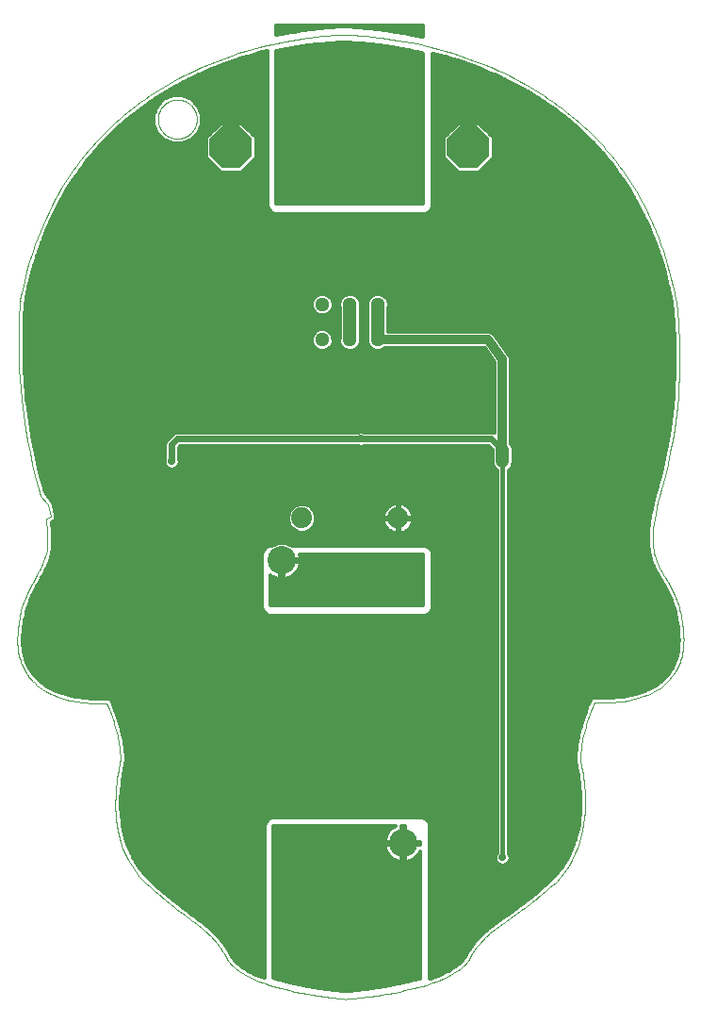
<source format=gbl>
G75*
%MOIN*%
%OFA0B0*%
%FSLAX25Y25*%
%IPPOS*%
%LPD*%
%AMOC8*
5,1,8,0,0,1.08239X$1,22.5*
%
%ADD10C,0.00394*%
%ADD11C,0.00000*%
%ADD12C,0.10000*%
%ADD13OC8,0.15000*%
%ADD14C,0.05100*%
%ADD15C,0.07400*%
%ADD16C,0.01600*%
%ADD17C,0.03600*%
%ADD18C,0.04800*%
%ADD19C,0.03200*%
%ADD20C,0.02800*%
%ADD21C,0.02400*%
%ADD22C,0.01200*%
%ADD23C,0.04800*%
D10*
X0044761Y0055133D02*
X0042859Y0059260D01*
X0042135Y0061350D01*
X0041053Y0065507D01*
X0040695Y0067573D01*
X0040476Y0069589D01*
X0040257Y0071604D01*
X0040176Y0073569D01*
X0040190Y0075445D01*
X0040204Y0077320D01*
X0040313Y0079106D01*
X0040472Y0080764D01*
X0040630Y0082423D01*
X0040840Y0083953D01*
X0041055Y0085316D01*
X0041271Y0086680D01*
X0041492Y0087877D01*
X0041676Y0088868D01*
X0041818Y0089637D01*
X0041888Y0090471D01*
X0041898Y0091351D01*
X0041907Y0092231D01*
X0041855Y0093157D01*
X0041754Y0094113D01*
X0041653Y0095068D01*
X0041503Y0096051D01*
X0041316Y0097046D01*
X0041128Y0098041D01*
X0040903Y0099046D01*
X0040652Y0100044D01*
X0040401Y0101043D01*
X0040124Y0102034D01*
X0039832Y0103000D01*
X0039541Y0103967D01*
X0039235Y0104908D01*
X0038927Y0105807D01*
X0038618Y0106705D01*
X0038307Y0107562D01*
X0038005Y0108357D01*
X0037703Y0109152D01*
X0037410Y0109887D01*
X0037137Y0110544D01*
X0037043Y0110539D01*
X0036947Y0110534D01*
X0036848Y0110530D01*
X0036749Y0110525D01*
X0036647Y0110521D01*
X0036544Y0110517D01*
X0036440Y0110513D01*
X0036334Y0110509D01*
X0036225Y0110505D01*
X0036117Y0110502D01*
X0036006Y0110498D01*
X0035893Y0110495D01*
X0035781Y0110492D01*
X0035666Y0110489D01*
X0035548Y0110487D01*
X0035431Y0110485D01*
X0035312Y0110483D01*
X0035191Y0110481D01*
X0035069Y0110479D01*
X0034946Y0110478D01*
X0034821Y0110477D01*
X0034695Y0110476D01*
X0034568Y0110476D01*
X0033686Y0110476D01*
X0032854Y0110492D01*
X0031961Y0110534D01*
X0031068Y0110576D01*
X0030115Y0110644D01*
X0029120Y0110748D01*
X0028125Y0110851D01*
X0027089Y0110990D01*
X0026029Y0111174D01*
X0024970Y0111357D01*
X0023887Y0111586D01*
X0022800Y0111869D01*
X0021713Y0112152D01*
X0020622Y0112490D01*
X0019545Y0112892D01*
X0018468Y0113294D01*
X0017406Y0113760D01*
X0015347Y0114839D01*
X0014351Y0115452D01*
X0013406Y0116149D01*
X0012462Y0116845D01*
X0011569Y0117625D01*
X0010747Y0118497D01*
X0010266Y0119009D01*
X0009817Y0119541D01*
X0009401Y0120094D01*
X0008985Y0120647D01*
X0008602Y0121220D01*
X0008252Y0121815D01*
X0007902Y0122409D01*
X0007585Y0123023D01*
X0007301Y0123658D01*
X0007017Y0124293D01*
X0006766Y0124948D01*
X0006549Y0125623D01*
X0006331Y0126298D01*
X0006146Y0126993D01*
X0005995Y0127708D01*
X0005844Y0128422D01*
X0005726Y0129156D01*
X0005557Y0130663D01*
X0005505Y0131436D01*
X0005488Y0132227D01*
X0005470Y0133019D01*
X0005486Y0133830D01*
X0005535Y0134659D01*
X0005613Y0135968D01*
X0005730Y0137195D01*
X0005878Y0138350D01*
X0006027Y0139505D01*
X0006209Y0140587D01*
X0006417Y0141607D01*
X0006626Y0142626D01*
X0006861Y0143582D01*
X0007119Y0144483D01*
X0007376Y0145385D01*
X0007656Y0146232D01*
X0008246Y0147835D01*
X0008558Y0148591D01*
X0008881Y0149311D01*
X0009203Y0150030D01*
X0009537Y0150714D01*
X0010214Y0152025D01*
X0010558Y0152652D01*
X0010902Y0153262D01*
X0011246Y0153871D01*
X0011590Y0154462D01*
X0011928Y0155043D01*
X0012398Y0155850D01*
X0012856Y0156637D01*
X0013286Y0157434D01*
X0013716Y0158230D01*
X0014119Y0159037D01*
X0014478Y0159885D01*
X0014838Y0160733D01*
X0015154Y0161623D01*
X0015413Y0162586D01*
X0015671Y0163548D01*
X0015871Y0164583D01*
X0016126Y0166862D01*
X0016179Y0168106D01*
X0016145Y0169484D01*
X0016110Y0170863D01*
X0015987Y0172378D01*
X0015760Y0174059D01*
X0015534Y0175740D01*
X0017203Y0176588D01*
X0016305Y0180681D01*
X0013737Y0183925D01*
X0013035Y0186399D01*
X0011796Y0190765D01*
X0010763Y0195073D01*
X0009904Y0199272D01*
X0009045Y0203471D01*
X0008360Y0207561D01*
X0007275Y0215420D01*
X0006875Y0218190D01*
X0006295Y0225306D01*
X0006115Y0228652D01*
X0006014Y0231736D01*
X0005913Y0234820D01*
X0005891Y0237641D01*
X0005915Y0240149D01*
X0005939Y0242656D01*
X0006010Y0244850D01*
X0006096Y0246679D01*
X0006182Y0248508D01*
X0006283Y0249971D01*
X0006367Y0251019D01*
X0006451Y0252066D01*
X0006518Y0252698D01*
X0006536Y0252862D01*
X0006535Y0252890D01*
X0006533Y0252919D01*
X0006532Y0252948D01*
X0006530Y0252976D01*
X0006528Y0253005D01*
X0006527Y0253034D01*
X0006525Y0253062D01*
X0006524Y0253091D01*
X0007017Y0255693D01*
X0007576Y0258249D01*
X0008824Y0263266D01*
X0009512Y0265727D01*
X0011020Y0270553D01*
X0011839Y0272918D01*
X0012723Y0275233D01*
X0013606Y0277549D01*
X0014555Y0279815D01*
X0015568Y0282032D01*
X0016582Y0284248D01*
X0017660Y0286414D01*
X0018803Y0288529D01*
X0019946Y0290644D01*
X0021154Y0292708D01*
X0023699Y0296732D01*
X0025036Y0298692D01*
X0026438Y0300599D01*
X0027839Y0302506D01*
X0029306Y0304359D01*
X0030836Y0306159D01*
X0032074Y0307614D01*
X0033350Y0309034D01*
X0034665Y0310419D01*
X0035979Y0311804D01*
X0037332Y0313154D01*
X0040115Y0315782D01*
X0041546Y0317060D01*
X0043014Y0318302D01*
X0044483Y0319544D01*
X0045990Y0320749D01*
X0049082Y0323087D01*
X0050667Y0324218D01*
X0052290Y0325313D01*
X0053914Y0326408D01*
X0055576Y0327465D01*
X0058977Y0329504D01*
X0060716Y0330485D01*
X0062495Y0331428D01*
X0064273Y0332372D01*
X0066090Y0333277D01*
X0067945Y0334143D01*
X0070648Y0335404D01*
X0073331Y0336539D01*
X0075973Y0337562D01*
X0078615Y0338585D01*
X0081215Y0339495D01*
X0083752Y0340304D01*
X0086290Y0341114D01*
X0088763Y0341823D01*
X0091151Y0342444D01*
X0093539Y0343065D01*
X0095841Y0343599D01*
X0100228Y0344514D01*
X0102314Y0344896D01*
X0104269Y0345215D01*
X0106224Y0345534D01*
X0108049Y0345790D01*
X0111393Y0346201D01*
X0112913Y0346356D01*
X0115601Y0346590D01*
X0116771Y0346668D01*
X0117743Y0346721D01*
X0117743Y0346809D01*
X0118212Y0346819D01*
X0118681Y0346830D01*
X0119150Y0346840D01*
X0119619Y0346850D01*
X0120088Y0346861D01*
X0120557Y0346871D01*
X0121026Y0346881D01*
X0121495Y0346892D01*
X0121764Y0346892D01*
X0122072Y0346882D01*
X0122379Y0346871D01*
X0122686Y0346861D01*
X0122993Y0346851D01*
X0123301Y0346841D01*
X0123608Y0346831D01*
X0123915Y0346821D01*
X0124222Y0346811D01*
X0124222Y0346726D01*
X0125194Y0346674D01*
X0126384Y0346597D01*
X0127764Y0346482D01*
X0129144Y0346367D01*
X0130715Y0346213D01*
X0134185Y0345806D01*
X0136084Y0345551D01*
X0138121Y0345233D01*
X0140159Y0344916D01*
X0142334Y0344535D01*
X0146907Y0343621D01*
X0149304Y0343088D01*
X0151787Y0342467D01*
X0154270Y0341846D01*
X0156838Y0341137D01*
X0159464Y0340326D01*
X0162090Y0339516D01*
X0164774Y0338604D01*
X0167491Y0337579D01*
X0170208Y0336554D01*
X0172956Y0335415D01*
X0175710Y0334151D01*
X0177595Y0333285D01*
X0179447Y0332381D01*
X0181266Y0331438D01*
X0183084Y0330496D01*
X0184869Y0329515D01*
X0186618Y0328496D01*
X0188368Y0327477D01*
X0190081Y0326420D01*
X0191757Y0325326D01*
X0193433Y0324231D01*
X0195071Y0323100D01*
X0196670Y0321931D01*
X0198269Y0320763D01*
X0199829Y0319558D01*
X0202866Y0317075D01*
X0204343Y0315797D01*
X0205777Y0314483D01*
X0207211Y0313169D01*
X0208601Y0311819D01*
X0209947Y0310434D01*
X0211293Y0309049D01*
X0212593Y0307629D01*
X0213847Y0306174D01*
X0215398Y0304374D01*
X0216885Y0302520D01*
X0218307Y0300613D01*
X0219729Y0298706D01*
X0221086Y0296746D01*
X0222378Y0294734D01*
X0223670Y0292722D01*
X0224896Y0290658D01*
X0226058Y0288542D01*
X0227219Y0286426D01*
X0228314Y0284260D01*
X0230373Y0279826D01*
X0231337Y0277559D01*
X0232233Y0275242D01*
X0233130Y0272926D01*
X0233961Y0270560D01*
X0234724Y0268146D01*
X0235487Y0265732D01*
X0236184Y0263270D01*
X0236813Y0260760D01*
X0237442Y0258251D01*
X0238003Y0255694D01*
X0238497Y0253091D01*
X0238502Y0253065D01*
X0238504Y0253052D01*
X0238506Y0253038D01*
X0238508Y0253025D01*
X0238511Y0253012D01*
X0238513Y0252999D01*
X0238515Y0252986D01*
X0238540Y0252821D01*
X0238634Y0252189D01*
X0238760Y0251139D01*
X0238886Y0250090D01*
X0239044Y0248623D01*
X0239349Y0244959D01*
X0239497Y0242761D01*
X0239602Y0240249D01*
X0239708Y0237737D01*
X0239771Y0234910D01*
X0239739Y0228731D01*
X0239644Y0225378D01*
X0239433Y0222813D01*
X0239222Y0219249D01*
X0238895Y0215473D01*
X0237934Y0207599D01*
X0237300Y0203501D01*
X0236477Y0199295D01*
X0235653Y0195088D01*
X0234639Y0190772D01*
X0233398Y0186399D01*
X0232697Y0183930D01*
X0232131Y0181691D01*
X0231685Y0179649D01*
X0231239Y0177607D01*
X0230912Y0175762D01*
X0230690Y0174084D01*
X0230467Y0172406D01*
X0230349Y0170895D01*
X0230290Y0168141D01*
X0230349Y0166900D01*
X0230483Y0165762D01*
X0230616Y0164624D01*
X0230823Y0163590D01*
X0231088Y0162629D01*
X0231353Y0161667D01*
X0231677Y0160779D01*
X0232410Y0159083D01*
X0232820Y0158277D01*
X0233695Y0156685D01*
X0234161Y0155899D01*
X0234639Y0155091D01*
X0234983Y0154510D01*
X0235334Y0153918D01*
X0235684Y0153308D01*
X0236034Y0152697D01*
X0236385Y0152068D01*
X0236730Y0151412D01*
X0237075Y0150755D01*
X0237415Y0150071D01*
X0237744Y0149350D01*
X0238072Y0148629D01*
X0238390Y0147871D01*
X0238691Y0147068D01*
X0238992Y0146264D01*
X0239276Y0145415D01*
X0239538Y0144511D01*
X0239800Y0143608D01*
X0240040Y0142649D01*
X0240252Y0141627D01*
X0240464Y0140605D01*
X0240648Y0139520D01*
X0240799Y0138361D01*
X0240950Y0137203D01*
X0241067Y0135472D01*
X0241195Y0133830D01*
X0241211Y0133021D01*
X0241193Y0132232D01*
X0241176Y0131444D01*
X0241125Y0130676D01*
X0240956Y0129181D01*
X0240838Y0128453D01*
X0240687Y0127746D01*
X0240536Y0127039D01*
X0240351Y0126352D01*
X0240134Y0125684D01*
X0239916Y0125017D01*
X0239665Y0124370D01*
X0239382Y0123742D01*
X0239098Y0123115D01*
X0238781Y0122507D01*
X0238431Y0121918D01*
X0238081Y0121330D01*
X0237698Y0120761D01*
X0236866Y0119662D01*
X0236417Y0119131D01*
X0235936Y0118620D01*
X0235114Y0117748D01*
X0234222Y0116971D01*
X0233278Y0116278D01*
X0232334Y0115585D01*
X0231338Y0114977D01*
X0230309Y0114443D01*
X0229280Y0113909D01*
X0228218Y0113450D01*
X0227142Y0113056D01*
X0226065Y0112661D01*
X0224974Y0112332D01*
X0222801Y0111781D01*
X0221719Y0111560D01*
X0219601Y0111207D01*
X0218565Y0111075D01*
X0217570Y0110978D01*
X0216575Y0110880D01*
X0215623Y0110817D01*
X0214730Y0110778D01*
X0213838Y0110740D01*
X0213006Y0110725D01*
X0212121Y0110725D01*
X0211994Y0110724D01*
X0211868Y0110721D01*
X0211743Y0110719D01*
X0211619Y0110715D01*
X0211376Y0110707D01*
X0211257Y0110702D01*
X0211139Y0110697D01*
X0211022Y0110692D01*
X0210907Y0110687D01*
X0210794Y0110683D01*
X0210681Y0110678D01*
X0210570Y0110673D01*
X0210461Y0110670D01*
X0210353Y0110666D01*
X0210246Y0110663D01*
X0210142Y0110661D01*
X0210038Y0110659D01*
X0209937Y0110659D01*
X0209838Y0110660D01*
X0209739Y0110661D01*
X0209642Y0110664D01*
X0209548Y0110669D01*
X0209273Y0110013D01*
X0208978Y0109277D01*
X0208674Y0108478D01*
X0208369Y0107680D01*
X0208056Y0106820D01*
X0207745Y0105916D01*
X0207434Y0105012D01*
X0207126Y0104064D01*
X0206832Y0103091D01*
X0206538Y0102118D01*
X0206258Y0101120D01*
X0205751Y0099108D01*
X0205524Y0098096D01*
X0205334Y0097094D01*
X0205144Y0096093D01*
X0204992Y0095103D01*
X0204890Y0094142D01*
X0204787Y0093182D01*
X0204735Y0092251D01*
X0204743Y0091367D01*
X0204751Y0090484D01*
X0204821Y0089649D01*
X0204963Y0088880D01*
X0205128Y0087987D01*
X0205336Y0086867D01*
X0205540Y0085562D01*
X0205744Y0084256D01*
X0205946Y0082765D01*
X0206099Y0081131D01*
X0206252Y0079497D01*
X0206356Y0077719D01*
X0206367Y0075842D01*
X0206378Y0073964D01*
X0206296Y0071986D01*
X0206074Y0069950D01*
X0205853Y0067914D01*
X0205492Y0065819D01*
X0204403Y0061600D01*
X0203674Y0059474D01*
X0202716Y0057376D01*
X0201758Y0055278D01*
X0200571Y0053206D01*
X0197646Y0049202D01*
X0195909Y0047269D01*
X0193852Y0045448D01*
X0193157Y0044833D01*
X0192477Y0044243D01*
X0191142Y0043107D01*
X0190487Y0042562D01*
X0189846Y0042037D01*
X0189204Y0041512D01*
X0188575Y0041007D01*
X0187341Y0040032D01*
X0186736Y0039563D01*
X0185548Y0038655D01*
X0184966Y0038216D01*
X0184394Y0037791D01*
X0183822Y0037366D01*
X0183261Y0036954D01*
X0182158Y0036151D01*
X0181616Y0035761D01*
X0181084Y0035379D01*
X0180552Y0034997D01*
X0180029Y0034623D01*
X0179514Y0034256D01*
X0178709Y0033680D01*
X0177937Y0033129D01*
X0177198Y0032594D01*
X0176458Y0032059D01*
X0175750Y0031539D01*
X0175073Y0031026D01*
X0174395Y0030514D01*
X0173748Y0030008D01*
X0172508Y0028993D01*
X0171915Y0028484D01*
X0171349Y0027964D01*
X0170782Y0027445D01*
X0170241Y0026915D01*
X0169724Y0026366D01*
X0169206Y0025817D01*
X0168712Y0025249D01*
X0168240Y0024652D01*
X0167767Y0024056D01*
X0167316Y0023433D01*
X0166452Y0022112D01*
X0166039Y0021415D01*
X0165643Y0020673D01*
X0165306Y0020041D01*
X0164893Y0019428D01*
X0164402Y0018833D01*
X0163912Y0018239D01*
X0163345Y0017664D01*
X0162701Y0017107D01*
X0162056Y0016550D01*
X0161333Y0016011D01*
X0159731Y0014970D01*
X0158852Y0014467D01*
X0157893Y0013982D01*
X0156934Y0013497D01*
X0155895Y0013029D01*
X0154777Y0012578D01*
X0153658Y0012128D01*
X0152459Y0011695D01*
X0149899Y0010861D01*
X0148538Y0010461D01*
X0147095Y0010077D01*
X0145652Y0009693D01*
X0144127Y0009326D01*
X0142519Y0008974D01*
X0141639Y0008782D01*
X0140762Y0008601D01*
X0139025Y0008259D01*
X0138165Y0008099D01*
X0137319Y0007948D01*
X0136473Y0007798D01*
X0135641Y0007658D01*
X0134829Y0007527D01*
X0134017Y0007397D01*
X0133225Y0007276D01*
X0131691Y0007052D01*
X0130949Y0006949D01*
X0130238Y0006854D01*
X0129527Y0006759D01*
X0128847Y0006673D01*
X0127560Y0006517D01*
X0126954Y0006447D01*
X0126389Y0006385D01*
X0125824Y0006322D01*
X0125301Y0006267D01*
X0124826Y0006220D01*
X0124033Y0006149D01*
X0123637Y0006113D01*
X0123241Y0006078D01*
X0122053Y0005972D01*
X0121657Y0005937D01*
X0120864Y0006012D01*
X0120467Y0006050D01*
X0119673Y0006126D01*
X0119277Y0006164D01*
X0118483Y0006239D01*
X0117999Y0006290D01*
X0117477Y0006347D01*
X0116923Y0006412D01*
X0116368Y0006476D01*
X0115780Y0006548D01*
X0115163Y0006627D01*
X0114546Y0006706D01*
X0113900Y0006793D01*
X0113229Y0006888D01*
X0112558Y0006983D01*
X0111862Y0007087D01*
X0111145Y0007198D01*
X0110428Y0007310D01*
X0109690Y0007430D01*
X0108180Y0007689D01*
X0107408Y0007827D01*
X0106623Y0007975D01*
X0105838Y0008123D01*
X0105040Y0008281D01*
X0104233Y0008448D01*
X0103426Y0008615D01*
X0102610Y0008793D01*
X0101789Y0008981D01*
X0100247Y0009333D01*
X0098783Y0009702D01*
X0097397Y0010086D01*
X0096012Y0010471D01*
X0094704Y0010872D01*
X0093473Y0011289D01*
X0092242Y0011706D01*
X0091088Y0012139D01*
X0090010Y0012590D01*
X0088932Y0013041D01*
X0087931Y0013508D01*
X0087005Y0013993D01*
X0086078Y0014478D01*
X0085227Y0014980D01*
X0084451Y0015500D01*
X0083675Y0016020D01*
X0082973Y0016558D01*
X0082345Y0017114D01*
X0081717Y0017670D01*
X0081163Y0018244D01*
X0080682Y0018837D01*
X0080200Y0019429D01*
X0079792Y0020041D01*
X0079456Y0020671D01*
X0079036Y0021459D01*
X0078606Y0022195D01*
X0078163Y0022890D01*
X0077720Y0023585D01*
X0077263Y0024239D01*
X0076788Y0024863D01*
X0076314Y0025487D01*
X0075822Y0026080D01*
X0075308Y0026652D01*
X0074795Y0027225D01*
X0074260Y0027777D01*
X0073700Y0028319D01*
X0073140Y0028861D01*
X0072554Y0029393D01*
X0071940Y0029925D01*
X0071325Y0030458D01*
X0070681Y0030990D01*
X0069327Y0032076D01*
X0068617Y0032629D01*
X0067870Y0033203D01*
X0067123Y0033777D01*
X0066339Y0034372D01*
X0065514Y0034998D01*
X0065055Y0035346D01*
X0064589Y0035700D01*
X0064114Y0036061D01*
X0063639Y0036423D01*
X0063156Y0036792D01*
X0062663Y0037170D01*
X0062171Y0037549D01*
X0061669Y0037938D01*
X0061156Y0038338D01*
X0060644Y0038738D01*
X0060121Y0039149D01*
X0059054Y0039999D01*
X0058509Y0040438D01*
X0057953Y0040891D01*
X0057396Y0041345D01*
X0056827Y0041814D01*
X0056246Y0042301D01*
X0055664Y0042787D01*
X0055070Y0043291D01*
X0054462Y0043814D01*
X0053854Y0044337D01*
X0053232Y0044879D01*
X0052596Y0045442D01*
X0050559Y0047245D01*
X0048839Y0049152D01*
X0047389Y0051124D01*
X0045940Y0053095D01*
X0044761Y0055133D01*
D11*
X0055210Y0317000D02*
X0055212Y0317169D01*
X0055218Y0317338D01*
X0055229Y0317507D01*
X0055243Y0317675D01*
X0055262Y0317843D01*
X0055285Y0318011D01*
X0055311Y0318178D01*
X0055342Y0318344D01*
X0055377Y0318510D01*
X0055416Y0318674D01*
X0055460Y0318838D01*
X0055507Y0319000D01*
X0055558Y0319161D01*
X0055613Y0319321D01*
X0055672Y0319480D01*
X0055734Y0319637D01*
X0055801Y0319792D01*
X0055872Y0319946D01*
X0055946Y0320098D01*
X0056024Y0320248D01*
X0056105Y0320396D01*
X0056190Y0320542D01*
X0056279Y0320686D01*
X0056371Y0320828D01*
X0056467Y0320967D01*
X0056566Y0321104D01*
X0056668Y0321239D01*
X0056774Y0321371D01*
X0056883Y0321500D01*
X0056995Y0321627D01*
X0057110Y0321751D01*
X0057228Y0321872D01*
X0057349Y0321990D01*
X0057473Y0322105D01*
X0057600Y0322217D01*
X0057729Y0322326D01*
X0057861Y0322432D01*
X0057996Y0322534D01*
X0058133Y0322633D01*
X0058272Y0322729D01*
X0058414Y0322821D01*
X0058558Y0322910D01*
X0058704Y0322995D01*
X0058852Y0323076D01*
X0059002Y0323154D01*
X0059154Y0323228D01*
X0059308Y0323299D01*
X0059463Y0323366D01*
X0059620Y0323428D01*
X0059779Y0323487D01*
X0059939Y0323542D01*
X0060100Y0323593D01*
X0060262Y0323640D01*
X0060426Y0323684D01*
X0060590Y0323723D01*
X0060756Y0323758D01*
X0060922Y0323789D01*
X0061089Y0323815D01*
X0061257Y0323838D01*
X0061425Y0323857D01*
X0061593Y0323871D01*
X0061762Y0323882D01*
X0061931Y0323888D01*
X0062100Y0323890D01*
X0062269Y0323888D01*
X0062438Y0323882D01*
X0062607Y0323871D01*
X0062775Y0323857D01*
X0062943Y0323838D01*
X0063111Y0323815D01*
X0063278Y0323789D01*
X0063444Y0323758D01*
X0063610Y0323723D01*
X0063774Y0323684D01*
X0063938Y0323640D01*
X0064100Y0323593D01*
X0064261Y0323542D01*
X0064421Y0323487D01*
X0064580Y0323428D01*
X0064737Y0323366D01*
X0064892Y0323299D01*
X0065046Y0323228D01*
X0065198Y0323154D01*
X0065348Y0323076D01*
X0065496Y0322995D01*
X0065642Y0322910D01*
X0065786Y0322821D01*
X0065928Y0322729D01*
X0066067Y0322633D01*
X0066204Y0322534D01*
X0066339Y0322432D01*
X0066471Y0322326D01*
X0066600Y0322217D01*
X0066727Y0322105D01*
X0066851Y0321990D01*
X0066972Y0321872D01*
X0067090Y0321751D01*
X0067205Y0321627D01*
X0067317Y0321500D01*
X0067426Y0321371D01*
X0067532Y0321239D01*
X0067634Y0321104D01*
X0067733Y0320967D01*
X0067829Y0320828D01*
X0067921Y0320686D01*
X0068010Y0320542D01*
X0068095Y0320396D01*
X0068176Y0320248D01*
X0068254Y0320098D01*
X0068328Y0319946D01*
X0068399Y0319792D01*
X0068466Y0319637D01*
X0068528Y0319480D01*
X0068587Y0319321D01*
X0068642Y0319161D01*
X0068693Y0319000D01*
X0068740Y0318838D01*
X0068784Y0318674D01*
X0068823Y0318510D01*
X0068858Y0318344D01*
X0068889Y0318178D01*
X0068915Y0318011D01*
X0068938Y0317843D01*
X0068957Y0317675D01*
X0068971Y0317507D01*
X0068982Y0317338D01*
X0068988Y0317169D01*
X0068990Y0317000D01*
X0068988Y0316831D01*
X0068982Y0316662D01*
X0068971Y0316493D01*
X0068957Y0316325D01*
X0068938Y0316157D01*
X0068915Y0315989D01*
X0068889Y0315822D01*
X0068858Y0315656D01*
X0068823Y0315490D01*
X0068784Y0315326D01*
X0068740Y0315162D01*
X0068693Y0315000D01*
X0068642Y0314839D01*
X0068587Y0314679D01*
X0068528Y0314520D01*
X0068466Y0314363D01*
X0068399Y0314208D01*
X0068328Y0314054D01*
X0068254Y0313902D01*
X0068176Y0313752D01*
X0068095Y0313604D01*
X0068010Y0313458D01*
X0067921Y0313314D01*
X0067829Y0313172D01*
X0067733Y0313033D01*
X0067634Y0312896D01*
X0067532Y0312761D01*
X0067426Y0312629D01*
X0067317Y0312500D01*
X0067205Y0312373D01*
X0067090Y0312249D01*
X0066972Y0312128D01*
X0066851Y0312010D01*
X0066727Y0311895D01*
X0066600Y0311783D01*
X0066471Y0311674D01*
X0066339Y0311568D01*
X0066204Y0311466D01*
X0066067Y0311367D01*
X0065928Y0311271D01*
X0065786Y0311179D01*
X0065642Y0311090D01*
X0065496Y0311005D01*
X0065348Y0310924D01*
X0065198Y0310846D01*
X0065046Y0310772D01*
X0064892Y0310701D01*
X0064737Y0310634D01*
X0064580Y0310572D01*
X0064421Y0310513D01*
X0064261Y0310458D01*
X0064100Y0310407D01*
X0063938Y0310360D01*
X0063774Y0310316D01*
X0063610Y0310277D01*
X0063444Y0310242D01*
X0063278Y0310211D01*
X0063111Y0310185D01*
X0062943Y0310162D01*
X0062775Y0310143D01*
X0062607Y0310129D01*
X0062438Y0310118D01*
X0062269Y0310112D01*
X0062100Y0310110D01*
X0061931Y0310112D01*
X0061762Y0310118D01*
X0061593Y0310129D01*
X0061425Y0310143D01*
X0061257Y0310162D01*
X0061089Y0310185D01*
X0060922Y0310211D01*
X0060756Y0310242D01*
X0060590Y0310277D01*
X0060426Y0310316D01*
X0060262Y0310360D01*
X0060100Y0310407D01*
X0059939Y0310458D01*
X0059779Y0310513D01*
X0059620Y0310572D01*
X0059463Y0310634D01*
X0059308Y0310701D01*
X0059154Y0310772D01*
X0059002Y0310846D01*
X0058852Y0310924D01*
X0058704Y0311005D01*
X0058558Y0311090D01*
X0058414Y0311179D01*
X0058272Y0311271D01*
X0058133Y0311367D01*
X0057996Y0311466D01*
X0057861Y0311568D01*
X0057729Y0311674D01*
X0057600Y0311783D01*
X0057473Y0311895D01*
X0057349Y0312010D01*
X0057228Y0312128D01*
X0057110Y0312249D01*
X0056995Y0312373D01*
X0056883Y0312500D01*
X0056774Y0312629D01*
X0056668Y0312761D01*
X0056566Y0312896D01*
X0056467Y0313033D01*
X0056371Y0313172D01*
X0056279Y0313314D01*
X0056190Y0313458D01*
X0056105Y0313604D01*
X0056024Y0313752D01*
X0055946Y0313902D01*
X0055872Y0314054D01*
X0055801Y0314208D01*
X0055734Y0314363D01*
X0055672Y0314520D01*
X0055613Y0314679D01*
X0055558Y0314839D01*
X0055507Y0315000D01*
X0055460Y0315162D01*
X0055416Y0315326D01*
X0055377Y0315490D01*
X0055342Y0315656D01*
X0055311Y0315822D01*
X0055285Y0315989D01*
X0055262Y0316157D01*
X0055243Y0316325D01*
X0055229Y0316493D01*
X0055218Y0316662D01*
X0055212Y0316831D01*
X0055210Y0317000D01*
D12*
X0099100Y0161000D03*
X0142100Y0061000D03*
D13*
X0165100Y0307000D03*
X0081100Y0307000D03*
D14*
X0113257Y0251598D03*
X0123100Y0251598D03*
X0132943Y0251598D03*
X0132943Y0239000D03*
X0123100Y0239000D03*
X0113257Y0239000D03*
D15*
X0106100Y0176000D03*
X0140100Y0176000D03*
D16*
X0140300Y0175981D02*
X0174900Y0175981D01*
X0174900Y0174383D02*
X0145358Y0174383D01*
X0145465Y0174712D02*
X0145197Y0173889D01*
X0144804Y0173117D01*
X0144295Y0172417D01*
X0143683Y0171805D01*
X0142983Y0171296D01*
X0142211Y0170903D01*
X0141388Y0170635D01*
X0140533Y0170500D01*
X0140300Y0170500D01*
X0140300Y0175800D01*
X0140300Y0176200D01*
X0139900Y0176200D01*
X0139900Y0181500D01*
X0139667Y0181500D01*
X0138812Y0181365D01*
X0137989Y0181097D01*
X0137217Y0180704D01*
X0136517Y0180195D01*
X0135905Y0179583D01*
X0135396Y0178883D01*
X0135003Y0178111D01*
X0134735Y0177288D01*
X0134600Y0176433D01*
X0134600Y0176200D01*
X0139900Y0176200D01*
X0139900Y0175800D01*
X0134600Y0175800D01*
X0134600Y0175567D01*
X0134735Y0174712D01*
X0135003Y0173889D01*
X0135396Y0173117D01*
X0135905Y0172417D01*
X0136517Y0171805D01*
X0137217Y0171296D01*
X0137989Y0170903D01*
X0138812Y0170635D01*
X0139667Y0170500D01*
X0139900Y0170500D01*
X0139900Y0175800D01*
X0140300Y0175800D01*
X0145600Y0175800D01*
X0145600Y0175567D01*
X0145465Y0174712D01*
X0145600Y0176200D02*
X0145600Y0176433D01*
X0145465Y0177288D01*
X0145197Y0178111D01*
X0144804Y0178883D01*
X0144295Y0179583D01*
X0143683Y0180195D01*
X0142983Y0180704D01*
X0142211Y0181097D01*
X0141388Y0181365D01*
X0140533Y0181500D01*
X0140300Y0181500D01*
X0140300Y0176200D01*
X0145600Y0176200D01*
X0145370Y0177580D02*
X0174900Y0177580D01*
X0174900Y0179178D02*
X0144589Y0179178D01*
X0142840Y0180777D02*
X0174900Y0180777D01*
X0174900Y0182375D02*
X0017510Y0182375D01*
X0017663Y0182182D02*
X0015550Y0184853D01*
X0015182Y0186148D01*
X0014909Y0187110D01*
X0014730Y0187740D01*
X0013728Y0191270D01*
X0012713Y0195506D01*
X0012026Y0198862D01*
X0012026Y0198862D01*
X0011009Y0203836D01*
X0010334Y0207862D01*
X0009365Y0214881D01*
X0009370Y0214887D01*
X0009252Y0215699D01*
X0009140Y0216513D01*
X0009134Y0216517D01*
X0008860Y0218414D01*
X0008287Y0225440D01*
X0008110Y0228738D01*
X0008037Y0230975D01*
X0008022Y0231422D01*
X0007983Y0232628D01*
X0007910Y0234861D01*
X0007888Y0237640D01*
X0007920Y0240957D01*
X0007936Y0242614D01*
X0008006Y0244771D01*
X0008052Y0245759D01*
X0008052Y0245759D01*
X0008176Y0248392D01*
X0008275Y0249823D01*
X0008348Y0250742D01*
X0008439Y0251881D01*
X0008453Y0252007D01*
X0008574Y0252142D01*
X0008573Y0252171D01*
X0008568Y0252257D01*
X0008560Y0252408D01*
X0008539Y0252805D01*
X0008590Y0253270D01*
X0008974Y0255294D01*
X0009521Y0257795D01*
X0010754Y0262755D01*
X0011427Y0265160D01*
X0012917Y0269928D01*
X0013716Y0272235D01*
X0014293Y0273749D01*
X0014293Y0273749D01*
X0015461Y0276807D01*
X0016384Y0279015D01*
X0017728Y0281954D01*
X0018384Y0283388D01*
X0019433Y0285494D01*
X0020528Y0287522D01*
X0021687Y0289665D01*
X0022860Y0291670D01*
X0025368Y0295636D01*
X0026666Y0297538D01*
X0028536Y0300083D01*
X0029427Y0301295D01*
X0030850Y0303093D01*
X0031822Y0304235D01*
X0032262Y0304753D01*
X0032893Y0305495D01*
X0032893Y0305495D01*
X0033577Y0306300D01*
X0034817Y0307680D01*
X0035544Y0308445D01*
X0036044Y0308972D01*
X0036682Y0309645D01*
X0037409Y0310410D01*
X0038723Y0311721D01*
X0041466Y0314311D01*
X0042856Y0315553D01*
X0044935Y0317311D01*
X0045751Y0318001D01*
X0047217Y0319173D01*
X0050265Y0321477D01*
X0051806Y0322578D01*
X0054057Y0324096D01*
X0055008Y0324737D01*
X0056625Y0325766D01*
X0059981Y0327777D01*
X0061675Y0328733D01*
X0062700Y0329277D01*
X0063912Y0329920D01*
X0064161Y0330052D01*
X0064161Y0330052D01*
X0065186Y0330596D01*
X0066957Y0331478D01*
X0068236Y0332075D01*
X0071459Y0333579D01*
X0074080Y0334688D01*
X0075922Y0335401D01*
X0079305Y0336711D01*
X0081849Y0337601D01*
X0085147Y0338654D01*
X0086868Y0339203D01*
X0089290Y0339897D01*
X0090853Y0340304D01*
X0093700Y0341044D01*
X0093700Y0286324D01*
X0094218Y0285074D01*
X0095174Y0284118D01*
X0096424Y0283600D01*
X0149776Y0283600D01*
X0151026Y0284118D01*
X0151982Y0285074D01*
X0152500Y0286324D01*
X0152500Y0340230D01*
X0153761Y0339915D01*
X0156277Y0339220D01*
X0159665Y0338174D01*
X0161475Y0337616D01*
X0164101Y0336724D01*
X0166012Y0336003D01*
X0166012Y0336003D01*
X0169473Y0334697D01*
X0172157Y0333585D01*
X0175628Y0331991D01*
X0175628Y0331991D01*
X0176740Y0331481D01*
X0178549Y0330597D01*
X0180177Y0329753D01*
X0182144Y0328734D01*
X0183886Y0327777D01*
X0184899Y0327187D01*
X0184899Y0327187D01*
X0185875Y0326618D01*
X0186328Y0326354D01*
X0187341Y0325764D01*
X0189011Y0324734D01*
X0189973Y0324106D01*
X0192320Y0322574D01*
X0193915Y0321472D01*
X0195883Y0320034D01*
X0197070Y0319167D01*
X0198586Y0317995D01*
X0201580Y0315546D01*
X0203015Y0314305D01*
X0203818Y0313569D01*
X0204053Y0313353D01*
X0205037Y0312452D01*
X0205038Y0312452D02*
X0205840Y0311716D01*
X0207190Y0310407D01*
X0209091Y0308450D01*
X0209840Y0307679D01*
X0211100Y0306303D01*
X0211795Y0305497D01*
X0212260Y0304957D01*
X0212874Y0304244D01*
X0212875Y0304244D01*
X0213862Y0303098D01*
X0215305Y0301299D01*
X0216211Y0300083D01*
X0216390Y0299843D01*
X0217200Y0298757D01*
X0218107Y0297541D01*
X0219424Y0295638D01*
X0220250Y0294351D01*
X0221971Y0291672D01*
X0223162Y0289667D01*
X0224705Y0286856D01*
X0225452Y0285495D01*
X0226517Y0283388D01*
X0228548Y0279014D01*
X0229486Y0276807D01*
X0230073Y0275292D01*
X0230073Y0275292D01*
X0231257Y0272234D01*
X0232066Y0269928D01*
X0232571Y0268333D01*
X0233574Y0265159D01*
X0234254Y0262755D01*
X0235077Y0259473D01*
X0235498Y0257794D01*
X0236047Y0255294D01*
X0236531Y0252740D01*
X0236538Y0252699D01*
X0236544Y0252666D01*
X0236566Y0252524D01*
X0236655Y0251923D01*
X0236767Y0250990D01*
X0236902Y0249863D01*
X0237056Y0248434D01*
X0237358Y0244809D01*
X0237503Y0242653D01*
X0237573Y0240992D01*
X0237572Y0240992D01*
X0237712Y0237672D01*
X0237774Y0234893D01*
X0237743Y0228764D01*
X0237650Y0225488D01*
X0237509Y0223775D01*
X0237489Y0223757D01*
X0237441Y0222955D01*
X0237375Y0222153D01*
X0237393Y0222133D01*
X0237230Y0219394D01*
X0236909Y0215680D01*
X0235956Y0207872D01*
X0235333Y0203846D01*
X0234358Y0198867D01*
X0233700Y0195508D01*
X0232705Y0191274D01*
X0231702Y0187740D01*
X0230993Y0185239D01*
X0230964Y0185221D01*
X0230768Y0184447D01*
X0230550Y0183680D01*
X0230567Y0183650D01*
X0230389Y0182945D01*
X0230357Y0182925D01*
X0230187Y0182148D01*
X0229993Y0181378D01*
X0230012Y0181346D01*
X0229558Y0179267D01*
X0229455Y0178796D01*
X0229417Y0178770D01*
X0229280Y0177994D01*
X0229111Y0177225D01*
X0229136Y0177186D01*
X0229081Y0176876D01*
X0229041Y0176845D01*
X0228938Y0176068D01*
X0228802Y0175296D01*
X0228830Y0175255D01*
X0228819Y0175167D01*
X0228819Y0175167D01*
X0228812Y0175118D01*
X0228601Y0173527D01*
X0228601Y0173527D01*
X0228588Y0173427D01*
X0228541Y0173387D01*
X0228480Y0172616D01*
X0228379Y0171849D01*
X0228412Y0171805D01*
X0228370Y0171764D01*
X0228353Y0170994D01*
X0228293Y0170226D01*
X0228336Y0170176D01*
X0228309Y0168931D01*
X0228256Y0168872D01*
X0228292Y0168115D01*
X0228279Y0167500D01*
X0228270Y0167489D01*
X0228277Y0167426D01*
X0228276Y0167357D01*
X0228287Y0167346D01*
X0228358Y0166736D01*
X0228394Y0165978D01*
X0228453Y0165925D01*
X0228462Y0165850D01*
X0228547Y0165121D01*
X0228495Y0165043D01*
X0228642Y0164312D01*
X0228692Y0163882D01*
X0228678Y0163856D01*
X0228708Y0163747D01*
X0228729Y0163570D01*
X0228764Y0163542D01*
X0228879Y0163128D01*
X0229027Y0162387D01*
X0229096Y0162342D01*
X0229233Y0161845D01*
X0229194Y0161761D01*
X0229449Y0161059D01*
X0229528Y0160775D01*
X0229515Y0160745D01*
X0229572Y0160613D01*
X0229648Y0160339D01*
X0229705Y0160307D01*
X0229820Y0160040D01*
X0230083Y0159318D01*
X0230145Y0159289D01*
X0230277Y0158984D01*
X0230255Y0158916D01*
X0230602Y0158234D01*
X0230677Y0158060D01*
X0230671Y0158040D01*
X0230738Y0157919D01*
X0230906Y0157531D01*
X0230964Y0157508D01*
X0231055Y0157343D01*
X0231415Y0156635D01*
X0231450Y0156623D01*
X0231565Y0156415D01*
X0231555Y0156379D01*
X0231961Y0155695D01*
X0232344Y0154998D01*
X0232379Y0154988D01*
X0232499Y0154786D01*
X0232499Y0154786D01*
X0232984Y0153967D01*
X0233342Y0153362D01*
X0233609Y0152912D01*
X0233897Y0152410D01*
X0234297Y0151714D01*
X0234629Y0151118D01*
X0235188Y0150054D01*
X0235297Y0149847D01*
X0235612Y0149212D01*
X0235923Y0148529D01*
X0236243Y0147828D01*
X0236534Y0147134D01*
X0237110Y0145597D01*
X0237370Y0144820D01*
X0237390Y0144750D01*
X0237390Y0144750D01*
X0237647Y0143864D01*
X0237851Y0143161D01*
X0237872Y0143087D01*
X0238093Y0142204D01*
X0238129Y0142032D01*
X0238129Y0142032D01*
X0238362Y0140907D01*
X0238465Y0140412D01*
X0238502Y0140235D01*
X0238673Y0139224D01*
X0238712Y0138924D01*
X0238839Y0137947D01*
X0238926Y0137283D01*
X0238962Y0137006D01*
X0239020Y0136151D01*
X0239012Y0136142D01*
X0239076Y0135327D01*
X0239131Y0134512D01*
X0239140Y0134504D01*
X0239200Y0133733D01*
X0239213Y0133023D01*
X0239180Y0131533D01*
X0239135Y0130854D01*
X0238977Y0129453D01*
X0238875Y0128822D01*
X0238716Y0128081D01*
X0238594Y0127506D01*
X0238436Y0126920D01*
X0238259Y0126377D01*
X0238034Y0125688D01*
X0237823Y0125142D01*
X0237494Y0124415D01*
X0237301Y0123988D01*
X0237036Y0123479D01*
X0236976Y0123379D01*
X0236393Y0122398D01*
X0236072Y0121922D01*
X0235307Y0120910D01*
X0234928Y0120462D01*
X0233915Y0119388D01*
X0233728Y0119189D01*
X0232973Y0118531D01*
X0232326Y0118056D01*
X0231221Y0117245D01*
X0230357Y0116717D01*
X0230124Y0116596D01*
X0230124Y0116596D01*
X0229382Y0116212D01*
X0228655Y0115835D01*
X0228655Y0115835D01*
X0228423Y0115714D01*
X0227478Y0115306D01*
X0227231Y0115215D01*
X0227231Y0115215D01*
X0226174Y0114828D01*
X0225678Y0114646D01*
X0225432Y0114556D01*
X0224440Y0114256D01*
X0222356Y0113728D01*
X0221355Y0113524D01*
X0219310Y0113183D01*
X0218341Y0113060D01*
X0217298Y0112957D01*
X0216412Y0112871D01*
X0215513Y0112811D01*
X0215470Y0112809D01*
X0215470Y0112809D01*
X0213777Y0112736D01*
X0212988Y0112722D01*
X0212935Y0112722D01*
X0212925Y0112732D01*
X0212788Y0112730D01*
X0212780Y0112737D01*
X0212519Y0112732D01*
X0212512Y0112739D01*
X0212382Y0112735D01*
X0212377Y0112739D01*
X0212128Y0112731D01*
X0212123Y0112735D01*
X0212001Y0112730D01*
X0212000Y0112732D01*
X0211770Y0112722D01*
X0211762Y0112722D01*
X0211761Y0112723D01*
X0211733Y0112722D01*
X0211294Y0112722D01*
X0211284Y0112713D01*
X0211143Y0112711D01*
X0211136Y0112704D01*
X0210876Y0112699D01*
X0210868Y0112691D01*
X0210735Y0112687D01*
X0210730Y0112683D01*
X0210481Y0112674D01*
X0210477Y0112670D01*
X0210351Y0112665D01*
X0210350Y0112664D01*
X0210290Y0112662D01*
X0210202Y0112659D01*
X0210016Y0112656D01*
X0209972Y0112656D01*
X0209556Y0112830D01*
X0209204Y0112686D01*
X0208824Y0112705D01*
X0208468Y0112384D01*
X0208025Y0112203D01*
X0207878Y0111852D01*
X0207596Y0111597D01*
X0207572Y0111136D01*
X0207426Y0110770D01*
X0207425Y0110769D01*
X0207407Y0110761D01*
X0207255Y0110363D01*
X0207112Y0110021D01*
X0207119Y0110005D01*
X0207118Y0110004D01*
X0206817Y0109252D01*
X0206825Y0109234D01*
X0206792Y0109148D01*
X0206776Y0109141D01*
X0206498Y0108378D01*
X0206453Y0108260D01*
X0206436Y0108251D01*
X0206312Y0107889D01*
X0206209Y0107619D01*
X0206214Y0107606D01*
X0206173Y0107487D01*
X0205896Y0106726D01*
X0205905Y0106707D01*
X0205808Y0106425D01*
X0205791Y0106416D01*
X0205540Y0105645D01*
X0205470Y0105443D01*
X0205453Y0105433D01*
X0205352Y0105100D01*
X0205277Y0104879D01*
X0205282Y0104867D01*
X0205220Y0104662D01*
X0204971Y0103895D01*
X0204982Y0103873D01*
X0204859Y0103465D01*
X0204838Y0103453D01*
X0204620Y0102676D01*
X0204543Y0102421D01*
X0204524Y0102410D01*
X0204444Y0102093D01*
X0204387Y0101904D01*
X0204393Y0101892D01*
X0204328Y0101633D01*
X0204112Y0100861D01*
X0204127Y0100835D01*
X0204010Y0100369D01*
X0203984Y0100353D01*
X0203809Y0099572D01*
X0203739Y0099296D01*
X0203716Y0099280D01*
X0203657Y0098970D01*
X0203613Y0098795D01*
X0203621Y0098781D01*
X0203568Y0098500D01*
X0203394Y0097726D01*
X0203415Y0097693D01*
X0203329Y0097237D01*
X0203296Y0097213D01*
X0203176Y0096430D01*
X0203125Y0096162D01*
X0203094Y0096137D01*
X0203061Y0095825D01*
X0203028Y0095652D01*
X0203041Y0095634D01*
X0203012Y0095360D01*
X0202893Y0094588D01*
X0202925Y0094545D01*
X0202883Y0094159D01*
X0202841Y0094121D01*
X0202797Y0093344D01*
X0202771Y0093100D01*
X0202730Y0093059D01*
X0202733Y0092747D01*
X0202714Y0092571D01*
X0202735Y0092545D01*
X0202737Y0092298D01*
X0202694Y0091538D01*
X0202745Y0091481D01*
X0202747Y0091208D01*
X0202693Y0091143D01*
X0202755Y0090392D01*
X0202757Y0090172D01*
X0202706Y0090099D01*
X0202760Y0089807D01*
X0202762Y0089638D01*
X0202798Y0089603D01*
X0202839Y0089384D01*
X0202899Y0088659D01*
X0202987Y0088585D01*
X0203003Y0088497D01*
X0203150Y0087703D01*
X0203150Y0087703D01*
X0203315Y0086811D01*
X0203367Y0086531D01*
X0203439Y0086070D01*
X0203561Y0085290D01*
X0203695Y0084436D01*
X0203695Y0084436D01*
X0203768Y0083968D01*
X0203961Y0082538D01*
X0204033Y0081768D01*
X0204186Y0080135D01*
X0204188Y0080121D01*
X0204260Y0079345D01*
X0204360Y0077655D01*
X0204366Y0076657D01*
X0204367Y0076420D01*
X0204375Y0075003D01*
X0204375Y0075003D01*
X0204381Y0074000D01*
X0204303Y0072136D01*
X0203999Y0069344D01*
X0203874Y0068191D01*
X0203538Y0066239D01*
X0202489Y0062174D01*
X0201817Y0060215D01*
X0201243Y0058958D01*
X0200844Y0058084D01*
X0200556Y0057453D01*
X0199980Y0056191D01*
X0198893Y0054295D01*
X0196093Y0050461D01*
X0194500Y0048689D01*
X0193148Y0047492D01*
X0193148Y0047492D01*
X0192296Y0046738D01*
X0191909Y0046395D01*
X0191842Y0046335D01*
X0191176Y0045758D01*
X0189855Y0044635D01*
X0189216Y0044102D01*
X0188621Y0043615D01*
X0187946Y0043062D01*
X0187331Y0042569D01*
X0186110Y0041605D01*
X0185518Y0041145D01*
X0184341Y0040245D01*
X0183770Y0039816D01*
X0182636Y0038972D01*
X0182082Y0038565D01*
X0180988Y0037769D01*
X0180452Y0037383D01*
X0180243Y0037232D01*
X0179385Y0036617D01*
X0178890Y0036264D01*
X0178380Y0035899D01*
X0178221Y0035786D01*
X0177593Y0035337D01*
X0177444Y0035231D01*
X0177436Y0035232D01*
X0176771Y0034750D01*
X0176104Y0034274D01*
X0176102Y0034266D01*
X0175951Y0034156D01*
X0175943Y0034158D01*
X0175281Y0033672D01*
X0175221Y0033628D01*
X0175205Y0033630D01*
X0174792Y0033317D01*
X0174617Y0033191D01*
X0174616Y0033185D01*
X0174557Y0033140D01*
X0173902Y0032659D01*
X0173899Y0032642D01*
X0173836Y0032594D01*
X0173818Y0032597D01*
X0173178Y0032096D01*
X0173149Y0032074D01*
X0173123Y0032077D01*
X0172765Y0031784D01*
X0172531Y0031607D01*
X0172529Y0031591D01*
X0172501Y0031568D01*
X0171867Y0031073D01*
X0171863Y0031046D01*
X0171861Y0031044D01*
X0171833Y0031046D01*
X0171224Y0030523D01*
X0171212Y0030513D01*
X0171175Y0030515D01*
X0170855Y0030221D01*
X0170603Y0030014D01*
X0170600Y0029987D01*
X0170589Y0029977D01*
X0169986Y0029459D01*
X0169986Y0029450D01*
X0169976Y0029450D01*
X0169408Y0028894D01*
X0169401Y0028888D01*
X0169355Y0028886D01*
X0169073Y0028587D01*
X0168823Y0028358D01*
X0168821Y0028320D01*
X0168815Y0028313D01*
X0168253Y0027762D01*
X0168253Y0027752D01*
X0168242Y0027751D01*
X0167726Y0027157D01*
X0167713Y0027143D01*
X0167662Y0027137D01*
X0167421Y0026834D01*
X0167186Y0026584D01*
X0167187Y0026539D01*
X0167176Y0026524D01*
X0166663Y0025934D01*
X0166665Y0025902D01*
X0166634Y0025897D01*
X0166175Y0025263D01*
X0166161Y0025245D01*
X0166148Y0025229D01*
X0166098Y0025218D01*
X0165900Y0024915D01*
X0165689Y0024649D01*
X0165694Y0024601D01*
X0165670Y0024565D01*
X0165213Y0023933D01*
X0165222Y0023879D01*
X0165205Y0023854D01*
X0165155Y0023841D01*
X0164756Y0023168D01*
X0164711Y0023098D01*
X0164666Y0023084D01*
X0164509Y0022790D01*
X0164328Y0022513D01*
X0164337Y0022468D01*
X0164298Y0022394D01*
X0163899Y0021721D01*
X0163912Y0021671D01*
X0163592Y0021071D01*
X0163291Y0020624D01*
X0163016Y0020290D01*
X0162428Y0019578D01*
X0161979Y0019122D01*
X0160805Y0018108D01*
X0160191Y0017650D01*
X0158691Y0016675D01*
X0157905Y0016226D01*
X0157417Y0015979D01*
X0156073Y0015299D01*
X0155112Y0014866D01*
X0154359Y0014563D01*
X0152945Y0013994D01*
X0151811Y0013583D01*
X0151500Y0013482D01*
X0151500Y0067676D01*
X0150982Y0068926D01*
X0150026Y0069882D01*
X0148776Y0070400D01*
X0095424Y0070400D01*
X0094174Y0069882D01*
X0093218Y0068926D01*
X0092700Y0067676D01*
X0092700Y0013667D01*
X0091824Y0013996D01*
X0091543Y0014113D01*
X0091543Y0014113D01*
X0090615Y0014501D01*
X0090017Y0014751D01*
X0089740Y0014867D01*
X0088817Y0015298D01*
X0087701Y0015882D01*
X0087049Y0016223D01*
X0086292Y0016671D01*
X0085197Y0017404D01*
X0084839Y0017644D01*
X0084244Y0018100D01*
X0083100Y0019113D01*
X0082659Y0019569D01*
X0082632Y0019603D01*
X0081809Y0020616D01*
X0081508Y0021068D01*
X0081284Y0021487D01*
X0081166Y0021708D01*
X0081177Y0021751D01*
X0080780Y0022432D01*
X0080726Y0022533D01*
X0080735Y0022571D01*
X0080558Y0022848D01*
X0080409Y0023128D01*
X0080372Y0023139D01*
X0080311Y0023235D01*
X0079914Y0023916D01*
X0079870Y0023927D01*
X0079822Y0024002D01*
X0079830Y0024050D01*
X0079381Y0024694D01*
X0079347Y0024747D01*
X0079353Y0024790D01*
X0079147Y0025060D01*
X0078959Y0025356D01*
X0078915Y0025366D01*
X0078878Y0025414D01*
X0078876Y0025417D01*
X0078426Y0026061D01*
X0078380Y0026069D01*
X0078374Y0026076D01*
X0078379Y0026125D01*
X0077878Y0026729D01*
X0077877Y0026730D01*
X0077877Y0026730D01*
X0077858Y0026754D01*
X0077861Y0026797D01*
X0077632Y0027052D01*
X0077402Y0027354D01*
X0077355Y0027360D01*
X0077334Y0027384D01*
X0076830Y0027991D01*
X0076804Y0027994D01*
X0076805Y0028020D01*
X0076256Y0028586D01*
X0076244Y0028600D01*
X0076243Y0028637D01*
X0076000Y0028872D01*
X0075730Y0029174D01*
X0075686Y0029176D01*
X0075672Y0029189D01*
X0075119Y0029760D01*
X0075096Y0029761D01*
X0075095Y0029783D01*
X0074506Y0030318D01*
X0074494Y0030329D01*
X0074489Y0030335D01*
X0074487Y0030361D01*
X0074243Y0030573D01*
X0073934Y0030871D01*
X0073899Y0030871D01*
X0073880Y0030887D01*
X0073285Y0031427D01*
X0073257Y0031426D01*
X0073237Y0031443D01*
X0073235Y0031470D01*
X0072615Y0031982D01*
X0072577Y0032015D01*
X0072576Y0032031D01*
X0072352Y0032210D01*
X0072007Y0032509D01*
X0071981Y0032507D01*
X0071942Y0032538D01*
X0071316Y0033056D01*
X0071299Y0033054D01*
X0071209Y0033126D01*
X0071207Y0033143D01*
X0070565Y0033643D01*
X0070490Y0033703D01*
X0070490Y0033709D01*
X0070330Y0033831D01*
X0069931Y0034151D01*
X0069916Y0034149D01*
X0069839Y0034208D01*
X0069192Y0034713D01*
X0069184Y0034712D01*
X0068990Y0034861D01*
X0068989Y0034868D01*
X0068334Y0035365D01*
X0067684Y0035865D01*
X0067676Y0035864D01*
X0067380Y0036089D01*
X0067192Y0036231D01*
X0066887Y0036463D01*
X0065799Y0037288D01*
X0065665Y0037390D01*
X0064844Y0038015D01*
X0064372Y0038376D01*
X0063741Y0038861D01*
X0063390Y0039131D01*
X0062896Y0039513D01*
X0062582Y0039758D01*
X0061873Y0040312D01*
X0061362Y0040714D01*
X0060303Y0041558D01*
X0059766Y0041989D01*
X0058661Y0042890D01*
X0058103Y0043350D01*
X0057090Y0044198D01*
X0056950Y0044315D01*
X0056367Y0044810D01*
X0055161Y0045847D01*
X0054551Y0046379D01*
X0053569Y0047247D01*
X0051967Y0048666D01*
X0050388Y0050415D01*
X0049488Y0051640D01*
X0048785Y0052596D01*
X0048508Y0052973D01*
X0047613Y0054190D01*
X0046536Y0056052D01*
X0044714Y0060006D01*
X0044048Y0061930D01*
X0043007Y0065930D01*
X0042673Y0067852D01*
X0042550Y0068982D01*
X0042249Y0071753D01*
X0042173Y0073603D01*
X0042181Y0074603D01*
X0042200Y0077252D01*
X0042304Y0078950D01*
X0042380Y0079751D01*
X0042437Y0080340D01*
X0042538Y0081397D01*
X0042614Y0082192D01*
X0042815Y0083662D01*
X0042899Y0084188D01*
X0042986Y0084739D01*
X0043157Y0085822D01*
X0043239Y0086342D01*
X0043489Y0087691D01*
X0043489Y0087692D01*
X0043644Y0088530D01*
X0043652Y0088573D01*
X0043739Y0088646D01*
X0043800Y0089372D01*
X0043840Y0089587D01*
X0043877Y0089623D01*
X0043878Y0089795D01*
X0043933Y0090087D01*
X0043882Y0090160D01*
X0043884Y0090377D01*
X0043948Y0091128D01*
X0043893Y0091193D01*
X0043896Y0091459D01*
X0043947Y0091516D01*
X0043904Y0092276D01*
X0043907Y0092519D01*
X0043928Y0092545D01*
X0043909Y0092724D01*
X0043912Y0093037D01*
X0043871Y0093079D01*
X0043846Y0093318D01*
X0043803Y0094094D01*
X0043760Y0094133D01*
X0043720Y0094508D01*
X0043752Y0094551D01*
X0043634Y0095323D01*
X0043606Y0095590D01*
X0043619Y0095609D01*
X0043586Y0095786D01*
X0043552Y0096100D01*
X0043522Y0096125D01*
X0043472Y0096387D01*
X0043353Y0097170D01*
X0043320Y0097194D01*
X0043236Y0097637D01*
X0043257Y0097670D01*
X0043084Y0098444D01*
X0043033Y0098717D01*
X0043041Y0098731D01*
X0042996Y0098910D01*
X0042937Y0099223D01*
X0042913Y0099240D01*
X0042846Y0099508D01*
X0042671Y0100289D01*
X0042645Y0100306D01*
X0042574Y0100587D01*
X0042532Y0100757D01*
X0042546Y0100783D01*
X0042331Y0101555D01*
X0042268Y0101806D01*
X0042274Y0101818D01*
X0042216Y0102011D01*
X0042135Y0102332D01*
X0042116Y0102343D01*
X0042041Y0102591D01*
X0041824Y0103368D01*
X0041803Y0103380D01*
X0041684Y0103775D01*
X0041696Y0103797D01*
X0041447Y0104563D01*
X0041387Y0104762D01*
X0041392Y0104774D01*
X0041316Y0104996D01*
X0041214Y0105335D01*
X0041197Y0105344D01*
X0041129Y0105540D01*
X0040879Y0106311D01*
X0040862Y0106320D01*
X0040769Y0106591D01*
X0040778Y0106610D01*
X0040501Y0107370D01*
X0040462Y0107485D01*
X0040468Y0107497D01*
X0040365Y0107768D01*
X0040239Y0108136D01*
X0040222Y0108144D01*
X0040179Y0108257D01*
X0039902Y0109021D01*
X0039886Y0109028D01*
X0039856Y0109106D01*
X0039864Y0109124D01*
X0039565Y0109874D01*
X0039571Y0109889D01*
X0039430Y0110228D01*
X0039276Y0110635D01*
X0039258Y0110643D01*
X0039113Y0111007D01*
X0039089Y0111471D01*
X0038809Y0111725D01*
X0038664Y0112073D01*
X0038219Y0112257D01*
X0037861Y0112580D01*
X0037484Y0112561D01*
X0037135Y0112705D01*
X0036693Y0112522D01*
X0036664Y0112520D01*
X0036571Y0112516D01*
X0036436Y0112511D01*
X0036360Y0112508D01*
X0036270Y0112505D01*
X0036148Y0112501D01*
X0036050Y0112497D01*
X0035950Y0112494D01*
X0035730Y0112488D01*
X0035620Y0112486D01*
X0035394Y0112481D01*
X0035279Y0112479D01*
X0035199Y0112478D01*
X0035046Y0112476D01*
X0034928Y0112475D01*
X0034685Y0112473D01*
X0034564Y0112473D01*
X0033705Y0112473D01*
X0032921Y0112488D01*
X0032126Y0112525D01*
X0031186Y0112570D01*
X0030289Y0112634D01*
X0028504Y0112819D01*
X0028361Y0112834D01*
X0027392Y0112964D01*
X0025555Y0113282D01*
X0025347Y0113319D01*
X0024345Y0113530D01*
X0022503Y0114010D01*
X0022260Y0114073D01*
X0021267Y0114381D01*
X0020035Y0114841D01*
X0019219Y0115145D01*
X0018271Y0115561D01*
X0016335Y0116576D01*
X0015469Y0117109D01*
X0015257Y0117265D01*
X0014596Y0117753D01*
X0013926Y0118247D01*
X0013926Y0118247D01*
X0013714Y0118403D01*
X0012956Y0119065D01*
X0012319Y0119741D01*
X0011757Y0120338D01*
X0011380Y0120785D01*
X0010677Y0121720D01*
X0010615Y0121802D01*
X0010295Y0122282D01*
X0009909Y0122937D01*
X0009651Y0123374D01*
X0009385Y0123889D01*
X0009263Y0124164D01*
X0008862Y0125059D01*
X0008650Y0125613D01*
X0008467Y0126180D01*
X0008247Y0126861D01*
X0008089Y0127457D01*
X0007872Y0128484D01*
X0007808Y0128787D01*
X0007705Y0129426D01*
X0007546Y0130841D01*
X0007501Y0131524D01*
X0007488Y0132098D01*
X0007467Y0133022D01*
X0007482Y0133751D01*
X0007527Y0134516D01*
X0007605Y0135814D01*
X0007714Y0136973D01*
X0007753Y0137274D01*
X0007753Y0137274D01*
X0007938Y0138711D01*
X0007965Y0138915D01*
X0007964Y0138915D02*
X0008003Y0139212D01*
X0008172Y0140222D01*
X0008208Y0140396D01*
X0008243Y0140569D01*
X0008539Y0142017D01*
X0008574Y0142186D01*
X0008791Y0143068D01*
X0008812Y0143140D01*
X0009285Y0144798D01*
X0009541Y0145574D01*
X0010107Y0147109D01*
X0010393Y0147802D01*
X0010801Y0148712D01*
X0011012Y0149184D01*
X0011321Y0149817D01*
X0011977Y0151086D01*
X0012303Y0151681D01*
X0012503Y0152035D01*
X0012978Y0152878D01*
X0013319Y0153463D01*
X0013593Y0153933D01*
X0013708Y0154131D01*
X0014107Y0154816D01*
X0014185Y0154950D01*
X0014220Y0154961D01*
X0014598Y0155660D01*
X0014998Y0156347D01*
X0014988Y0156383D01*
X0015098Y0156587D01*
X0015134Y0156599D01*
X0015489Y0157310D01*
X0015577Y0157473D01*
X0015634Y0157496D01*
X0015799Y0157885D01*
X0015866Y0158009D01*
X0015860Y0158029D01*
X0015933Y0158201D01*
X0016275Y0158886D01*
X0016252Y0158954D01*
X0016359Y0159206D01*
X0016380Y0159256D01*
X0016442Y0159285D01*
X0016699Y0160008D01*
X0016811Y0160274D01*
X0016868Y0160306D01*
X0016942Y0160582D01*
X0016999Y0160716D01*
X0016986Y0160747D01*
X0017062Y0161029D01*
X0017313Y0161733D01*
X0017273Y0161816D01*
X0017406Y0162311D01*
X0017474Y0162356D01*
X0017618Y0163099D01*
X0017729Y0163512D01*
X0017764Y0163540D01*
X0017784Y0163717D01*
X0017814Y0163829D01*
X0017799Y0163854D01*
X0017847Y0164282D01*
X0017989Y0165016D01*
X0017937Y0165092D01*
X0018027Y0165896D01*
X0018085Y0165949D01*
X0018118Y0166708D01*
X0018186Y0167317D01*
X0018196Y0167329D01*
X0018195Y0167398D01*
X0018202Y0167463D01*
X0018193Y0167474D01*
X0018177Y0168087D01*
X0018210Y0168845D01*
X0018157Y0168904D01*
X0018141Y0169543D01*
X0018126Y0170151D01*
X0018167Y0170201D01*
X0018105Y0170969D01*
X0018086Y0171740D01*
X0018043Y0171781D01*
X0018077Y0171825D01*
X0017973Y0172592D01*
X0017910Y0173364D01*
X0017864Y0173404D01*
X0017702Y0174602D01*
X0017880Y0174693D01*
X0018439Y0174815D01*
X0018592Y0175054D01*
X0018845Y0175183D01*
X0019023Y0175727D01*
X0019331Y0176209D01*
X0019270Y0176486D01*
X0019358Y0176755D01*
X0019099Y0177265D01*
X0018327Y0180782D01*
X0018384Y0181271D01*
X0018157Y0181559D01*
X0018078Y0181917D01*
X0017663Y0182182D01*
X0018328Y0180777D02*
X0104305Y0180777D01*
X0105086Y0181100D02*
X0103211Y0180324D01*
X0101776Y0178889D01*
X0101000Y0177014D01*
X0101000Y0174986D01*
X0101776Y0173111D01*
X0103211Y0171676D01*
X0105086Y0170900D01*
X0107114Y0170900D01*
X0108989Y0171676D01*
X0110424Y0173111D01*
X0111200Y0174986D01*
X0111200Y0177014D01*
X0110424Y0178889D01*
X0108989Y0180324D01*
X0107114Y0181100D01*
X0105086Y0181100D01*
X0107895Y0180777D02*
X0137360Y0180777D01*
X0135611Y0179178D02*
X0110134Y0179178D01*
X0110966Y0177580D02*
X0134830Y0177580D01*
X0134842Y0174383D02*
X0110950Y0174383D01*
X0111200Y0175981D02*
X0139900Y0175981D01*
X0139900Y0174383D02*
X0140300Y0174383D01*
X0140300Y0172784D02*
X0139900Y0172784D01*
X0139900Y0171186D02*
X0140300Y0171186D01*
X0142766Y0171186D02*
X0174900Y0171186D01*
X0174900Y0172784D02*
X0144562Y0172784D01*
X0140300Y0177580D02*
X0139900Y0177580D01*
X0139900Y0179178D02*
X0140300Y0179178D01*
X0140300Y0180777D02*
X0139900Y0180777D01*
X0135638Y0172784D02*
X0110097Y0172784D01*
X0107804Y0171186D02*
X0137434Y0171186D01*
X0149776Y0166400D02*
X0102751Y0166400D01*
X0102725Y0166426D01*
X0100373Y0167400D01*
X0097827Y0167400D01*
X0095475Y0166426D01*
X0095449Y0166400D01*
X0094424Y0166400D01*
X0093174Y0165882D01*
X0092218Y0164926D01*
X0091700Y0163676D01*
X0091700Y0144324D01*
X0092218Y0143074D01*
X0093174Y0142118D01*
X0094424Y0141600D01*
X0149776Y0141600D01*
X0151026Y0142118D01*
X0151982Y0143074D01*
X0152500Y0144324D01*
X0152500Y0163676D01*
X0151982Y0164926D01*
X0151026Y0165882D01*
X0149776Y0166400D01*
X0149800Y0166390D02*
X0174900Y0166390D01*
X0174900Y0164792D02*
X0152038Y0164792D01*
X0152500Y0163193D02*
X0174900Y0163193D01*
X0174900Y0161595D02*
X0152500Y0161595D01*
X0152500Y0159996D02*
X0174900Y0159996D01*
X0174900Y0158398D02*
X0152500Y0158398D01*
X0152500Y0156799D02*
X0174900Y0156799D01*
X0174900Y0155201D02*
X0152500Y0155201D01*
X0152500Y0153602D02*
X0174900Y0153602D01*
X0174900Y0152003D02*
X0152500Y0152003D01*
X0152500Y0150405D02*
X0174900Y0150405D01*
X0174900Y0148806D02*
X0152500Y0148806D01*
X0152500Y0147208D02*
X0174900Y0147208D01*
X0174900Y0145609D02*
X0152500Y0145609D01*
X0152370Y0144011D02*
X0174900Y0144011D01*
X0174900Y0142412D02*
X0151321Y0142412D01*
X0174900Y0140814D02*
X0008293Y0140814D01*
X0008208Y0140396D02*
X0008208Y0140396D01*
X0008003Y0139215D02*
X0174900Y0139215D01*
X0174900Y0137617D02*
X0007797Y0137617D01*
X0007965Y0138915D02*
X0007964Y0138915D01*
X0007624Y0136018D02*
X0174900Y0136018D01*
X0174900Y0134420D02*
X0007521Y0134420D01*
X0007472Y0132821D02*
X0174900Y0132821D01*
X0174900Y0131223D02*
X0007521Y0131223D01*
X0007683Y0129624D02*
X0174900Y0129624D01*
X0174900Y0128026D02*
X0007969Y0128026D01*
X0008387Y0126427D02*
X0174900Y0126427D01*
X0174900Y0124829D02*
X0008965Y0124829D01*
X0009736Y0123230D02*
X0174900Y0123230D01*
X0174900Y0121632D02*
X0010743Y0121632D01*
X0012044Y0120033D02*
X0174900Y0120033D01*
X0174900Y0118435D02*
X0013678Y0118435D01*
X0015257Y0117265D02*
X0015257Y0117265D01*
X0015912Y0116836D02*
X0174900Y0116836D01*
X0174900Y0115238D02*
X0019008Y0115238D01*
X0022503Y0114010D02*
X0022503Y0114010D01*
X0023926Y0113639D02*
X0174900Y0113639D01*
X0174900Y0112041D02*
X0038677Y0112041D01*
X0039349Y0110442D02*
X0174900Y0110442D01*
X0174900Y0108844D02*
X0039966Y0108844D01*
X0040547Y0107245D02*
X0174900Y0107245D01*
X0174900Y0105647D02*
X0041095Y0105647D01*
X0041614Y0104048D02*
X0174900Y0104048D01*
X0174900Y0102450D02*
X0042084Y0102450D01*
X0042528Y0100851D02*
X0174900Y0100851D01*
X0174900Y0099253D02*
X0042910Y0099253D01*
X0043247Y0097654D02*
X0174900Y0097654D01*
X0174900Y0096056D02*
X0043557Y0096056D01*
X0043726Y0094457D02*
X0174900Y0094457D01*
X0174900Y0092859D02*
X0043910Y0092859D01*
X0043894Y0091260D02*
X0174900Y0091260D01*
X0174900Y0089662D02*
X0043877Y0089662D01*
X0043558Y0088063D02*
X0174900Y0088063D01*
X0174900Y0086465D02*
X0043262Y0086465D01*
X0043157Y0085822D02*
X0043157Y0085822D01*
X0043006Y0084866D02*
X0174900Y0084866D01*
X0174900Y0083268D02*
X0042761Y0083268D01*
X0042899Y0084188D02*
X0042899Y0084188D01*
X0042564Y0081669D02*
X0174900Y0081669D01*
X0174900Y0080070D02*
X0042411Y0080070D01*
X0042275Y0078472D02*
X0174900Y0078472D01*
X0174900Y0076873D02*
X0042198Y0076873D01*
X0042186Y0075275D02*
X0174900Y0075275D01*
X0174900Y0073676D02*
X0042174Y0073676D01*
X0042181Y0074603D02*
X0042181Y0074603D01*
X0042236Y0072078D02*
X0174900Y0072078D01*
X0174900Y0070479D02*
X0042388Y0070479D01*
X0042562Y0068881D02*
X0093199Y0068881D01*
X0092700Y0067282D02*
X0042772Y0067282D01*
X0043071Y0065684D02*
X0092700Y0065684D01*
X0092700Y0064085D02*
X0043487Y0064085D01*
X0043903Y0062487D02*
X0092700Y0062487D01*
X0092700Y0060888D02*
X0044408Y0060888D01*
X0045044Y0059290D02*
X0092700Y0059290D01*
X0092700Y0057691D02*
X0045781Y0057691D01*
X0046517Y0056093D02*
X0092700Y0056093D01*
X0092700Y0054494D02*
X0047437Y0054494D01*
X0048508Y0052973D02*
X0048508Y0052973D01*
X0048565Y0052896D02*
X0092700Y0052896D01*
X0092700Y0051297D02*
X0049740Y0051297D01*
X0049488Y0051640D02*
X0049488Y0051640D01*
X0051035Y0049699D02*
X0092700Y0049699D01*
X0092700Y0048100D02*
X0052606Y0048100D01*
X0054412Y0046502D02*
X0092700Y0046502D01*
X0092700Y0044903D02*
X0056258Y0044903D01*
X0058159Y0043305D02*
X0092700Y0043305D01*
X0092700Y0041706D02*
X0060118Y0041706D01*
X0062134Y0040108D02*
X0092700Y0040108D01*
X0092700Y0038509D02*
X0064198Y0038509D01*
X0066296Y0036911D02*
X0092700Y0036911D01*
X0092700Y0035312D02*
X0068404Y0035312D01*
X0067380Y0036089D02*
X0067380Y0036089D01*
X0066887Y0036463D02*
X0066887Y0036463D01*
X0070483Y0033714D02*
X0092700Y0033714D01*
X0092700Y0032115D02*
X0072470Y0032115D01*
X0074308Y0030517D02*
X0092700Y0030517D01*
X0092700Y0028918D02*
X0075959Y0028918D01*
X0074494Y0030329D02*
X0074494Y0030329D01*
X0077428Y0027320D02*
X0092700Y0027320D01*
X0092700Y0025721D02*
X0078664Y0025721D01*
X0078878Y0025414D02*
X0078878Y0025414D01*
X0079780Y0024123D02*
X0092700Y0024123D01*
X0092700Y0022524D02*
X0080731Y0022524D01*
X0081602Y0020926D02*
X0092700Y0020926D01*
X0092700Y0019327D02*
X0082893Y0019327D01*
X0084728Y0017729D02*
X0092700Y0017729D01*
X0092700Y0016130D02*
X0087228Y0016130D01*
X0090017Y0014751D02*
X0090017Y0014751D01*
X0090543Y0014532D02*
X0092700Y0014532D01*
X0151500Y0014532D02*
X0154281Y0014532D01*
X0151500Y0016130D02*
X0157716Y0016130D01*
X0160296Y0017729D02*
X0151500Y0017729D01*
X0151500Y0019327D02*
X0162181Y0019327D01*
X0163494Y0020926D02*
X0151500Y0020926D01*
X0151500Y0022524D02*
X0164335Y0022524D01*
X0165350Y0024123D02*
X0151500Y0024123D01*
X0151500Y0025721D02*
X0166507Y0025721D01*
X0166161Y0025245D02*
X0166161Y0025245D01*
X0167867Y0027320D02*
X0151500Y0027320D01*
X0151500Y0028918D02*
X0169433Y0028918D01*
X0171216Y0030517D02*
X0151500Y0030517D01*
X0151500Y0032115D02*
X0173202Y0032115D01*
X0175338Y0033714D02*
X0151500Y0033714D01*
X0151500Y0035312D02*
X0177558Y0035312D01*
X0178221Y0035786D02*
X0178221Y0035786D01*
X0179794Y0036911D02*
X0151500Y0036911D01*
X0151500Y0038509D02*
X0182005Y0038509D01*
X0184158Y0040108D02*
X0151500Y0040108D01*
X0151500Y0041706D02*
X0186239Y0041706D01*
X0188242Y0043305D02*
X0151500Y0043305D01*
X0151500Y0044903D02*
X0190171Y0044903D01*
X0191909Y0046395D02*
X0191909Y0046395D01*
X0192030Y0046502D02*
X0151500Y0046502D01*
X0151500Y0048100D02*
X0193835Y0048100D01*
X0195408Y0049699D02*
X0151500Y0049699D01*
X0151500Y0051297D02*
X0196704Y0051297D01*
X0197871Y0052896D02*
X0151500Y0052896D01*
X0151500Y0054494D02*
X0174693Y0054494D01*
X0174726Y0054414D02*
X0175514Y0053626D01*
X0176543Y0053200D01*
X0177657Y0053200D01*
X0178686Y0053626D01*
X0179474Y0054414D01*
X0179900Y0055443D01*
X0179900Y0056557D01*
X0179474Y0057586D01*
X0179300Y0057760D01*
X0179300Y0192826D01*
X0180321Y0193847D01*
X0180900Y0195244D01*
X0180900Y0200756D01*
X0180321Y0202153D01*
X0180100Y0202374D01*
X0180100Y0231752D01*
X0180157Y0232095D01*
X0180100Y0232343D01*
X0180100Y0232597D01*
X0179967Y0232919D01*
X0179888Y0233258D01*
X0179740Y0233465D01*
X0179643Y0233699D01*
X0179397Y0233946D01*
X0174740Y0240465D01*
X0174643Y0240699D01*
X0174397Y0240946D01*
X0174194Y0241229D01*
X0173979Y0241364D01*
X0173799Y0241543D01*
X0173477Y0241677D01*
X0173182Y0241861D01*
X0172931Y0241903D01*
X0172697Y0242000D01*
X0172348Y0242000D01*
X0172005Y0242057D01*
X0171757Y0242000D01*
X0136743Y0242000D01*
X0136743Y0250451D01*
X0136893Y0250813D01*
X0136893Y0252384D01*
X0136291Y0253836D01*
X0135180Y0254947D01*
X0133728Y0255548D01*
X0132157Y0255548D01*
X0130705Y0254947D01*
X0129594Y0253836D01*
X0128993Y0252384D01*
X0128993Y0250813D01*
X0129143Y0250451D01*
X0129143Y0240148D01*
X0128993Y0239786D01*
X0128993Y0238214D01*
X0129594Y0236762D01*
X0130705Y0235651D01*
X0132157Y0235050D01*
X0133728Y0235050D01*
X0135180Y0235651D01*
X0135529Y0236000D01*
X0170556Y0236000D01*
X0174100Y0231039D01*
X0174100Y0206400D01*
X0173617Y0206600D01*
X0128140Y0206600D01*
X0127657Y0206800D01*
X0126543Y0206800D01*
X0126060Y0206600D01*
X0061583Y0206600D01*
X0060627Y0206204D01*
X0058627Y0204204D01*
X0057896Y0203473D01*
X0057500Y0202517D01*
X0057500Y0197040D01*
X0057300Y0196557D01*
X0057300Y0195443D01*
X0057726Y0194414D01*
X0058514Y0193626D01*
X0059543Y0193200D01*
X0060657Y0193200D01*
X0061686Y0193626D01*
X0062474Y0194414D01*
X0062900Y0195443D01*
X0062900Y0196557D01*
X0062700Y0197040D01*
X0062700Y0200923D01*
X0063177Y0201400D01*
X0126060Y0201400D01*
X0126543Y0201200D01*
X0127657Y0201200D01*
X0128140Y0201400D01*
X0172023Y0201400D01*
X0173300Y0200123D01*
X0173300Y0195244D01*
X0173879Y0193847D01*
X0174900Y0192826D01*
X0174900Y0057760D01*
X0174726Y0057586D01*
X0174300Y0056557D01*
X0174300Y0055443D01*
X0174726Y0054414D01*
X0174300Y0056093D02*
X0151500Y0056093D01*
X0151500Y0057691D02*
X0174832Y0057691D01*
X0174900Y0059290D02*
X0151500Y0059290D01*
X0151500Y0060888D02*
X0174900Y0060888D01*
X0174900Y0062487D02*
X0151500Y0062487D01*
X0151500Y0064085D02*
X0174900Y0064085D01*
X0174900Y0065684D02*
X0151500Y0065684D01*
X0151500Y0067282D02*
X0174900Y0067282D01*
X0174900Y0068881D02*
X0151001Y0068881D01*
X0179300Y0068881D02*
X0203949Y0068881D01*
X0204123Y0070479D02*
X0179300Y0070479D01*
X0179300Y0072078D02*
X0204297Y0072078D01*
X0204368Y0073676D02*
X0179300Y0073676D01*
X0179300Y0075275D02*
X0204374Y0075275D01*
X0204364Y0076873D02*
X0179300Y0076873D01*
X0179300Y0078472D02*
X0204312Y0078472D01*
X0204192Y0080070D02*
X0179300Y0080070D01*
X0179300Y0081669D02*
X0204043Y0081669D01*
X0204033Y0081768D02*
X0204033Y0081768D01*
X0203863Y0083268D02*
X0179300Y0083268D01*
X0179300Y0084866D02*
X0203628Y0084866D01*
X0203439Y0086070D02*
X0203439Y0086070D01*
X0203378Y0086465D02*
X0179300Y0086465D01*
X0179300Y0088063D02*
X0203083Y0088063D01*
X0203315Y0086811D02*
X0203315Y0086811D01*
X0202762Y0089662D02*
X0179300Y0089662D01*
X0179300Y0091260D02*
X0202747Y0091260D01*
X0202732Y0092859D02*
X0179300Y0092859D01*
X0179300Y0094457D02*
X0202915Y0094457D01*
X0203086Y0096056D02*
X0179300Y0096056D01*
X0179300Y0097654D02*
X0203408Y0097654D01*
X0203710Y0099253D02*
X0179300Y0099253D01*
X0179300Y0100851D02*
X0204118Y0100851D01*
X0204552Y0102450D02*
X0179300Y0102450D01*
X0179300Y0104048D02*
X0205021Y0104048D01*
X0205541Y0105647D02*
X0179300Y0105647D01*
X0179300Y0107245D02*
X0206085Y0107245D01*
X0206668Y0108844D02*
X0179300Y0108844D01*
X0179300Y0110442D02*
X0207286Y0110442D01*
X0207958Y0112041D02*
X0179300Y0112041D01*
X0179300Y0113639D02*
X0221921Y0113639D01*
X0225678Y0114646D02*
X0225678Y0114646D01*
X0227292Y0115238D02*
X0179300Y0115238D01*
X0179300Y0116836D02*
X0230552Y0116836D01*
X0232842Y0118435D02*
X0179300Y0118435D01*
X0179300Y0120033D02*
X0234524Y0120033D01*
X0233915Y0119388D02*
X0233915Y0119388D01*
X0235853Y0121632D02*
X0179300Y0121632D01*
X0179300Y0123230D02*
X0236888Y0123230D01*
X0237681Y0124829D02*
X0179300Y0124829D01*
X0179300Y0126427D02*
X0238276Y0126427D01*
X0238705Y0128026D02*
X0179300Y0128026D01*
X0179300Y0129624D02*
X0238996Y0129624D01*
X0239160Y0131223D02*
X0179300Y0131223D01*
X0179300Y0132821D02*
X0239209Y0132821D01*
X0239146Y0134420D02*
X0179300Y0134420D01*
X0179300Y0136018D02*
X0239022Y0136018D01*
X0238926Y0137283D02*
X0238926Y0137283D01*
X0238882Y0137617D02*
X0179300Y0137617D01*
X0179300Y0139215D02*
X0238674Y0139215D01*
X0238712Y0138924D02*
X0238712Y0138924D01*
X0238465Y0140412D02*
X0238465Y0140412D01*
X0238382Y0140814D02*
X0179300Y0140814D01*
X0179300Y0142412D02*
X0238041Y0142412D01*
X0237851Y0143161D02*
X0237851Y0143161D01*
X0237604Y0144011D02*
X0179300Y0144011D01*
X0179300Y0145609D02*
X0237105Y0145609D01*
X0236503Y0147208D02*
X0179300Y0147208D01*
X0179300Y0148806D02*
X0235797Y0148806D01*
X0235003Y0150405D02*
X0179300Y0150405D01*
X0179300Y0152003D02*
X0234130Y0152003D01*
X0233342Y0153362D02*
X0233342Y0153362D01*
X0233200Y0153602D02*
X0179300Y0153602D01*
X0179300Y0155201D02*
X0232232Y0155201D01*
X0231331Y0156799D02*
X0179300Y0156799D01*
X0179300Y0158398D02*
X0230519Y0158398D01*
X0229836Y0159996D02*
X0179300Y0159996D01*
X0179300Y0161595D02*
X0229254Y0161595D01*
X0228861Y0163193D02*
X0179300Y0163193D01*
X0179300Y0164792D02*
X0228546Y0164792D01*
X0228375Y0166390D02*
X0179300Y0166390D01*
X0179300Y0167989D02*
X0228289Y0167989D01*
X0228323Y0169587D02*
X0179300Y0169587D01*
X0179300Y0171186D02*
X0228358Y0171186D01*
X0228494Y0172784D02*
X0179300Y0172784D01*
X0179300Y0174383D02*
X0228715Y0174383D01*
X0228923Y0175981D02*
X0179300Y0175981D01*
X0179300Y0177580D02*
X0229189Y0177580D01*
X0229538Y0179178D02*
X0179300Y0179178D01*
X0179300Y0180777D02*
X0229888Y0180777D01*
X0229558Y0179267D02*
X0229558Y0179267D01*
X0230237Y0182375D02*
X0179300Y0182375D01*
X0179300Y0183974D02*
X0230634Y0183974D01*
X0231087Y0185572D02*
X0179300Y0185572D01*
X0179300Y0187171D02*
X0231541Y0187171D01*
X0231995Y0188769D02*
X0179300Y0188769D01*
X0179300Y0190368D02*
X0232448Y0190368D01*
X0232868Y0191966D02*
X0179300Y0191966D01*
X0180039Y0193565D02*
X0233244Y0193565D01*
X0233619Y0195163D02*
X0180867Y0195163D01*
X0180900Y0196762D02*
X0233946Y0196762D01*
X0234259Y0198360D02*
X0180900Y0198360D01*
X0180900Y0199959D02*
X0234572Y0199959D01*
X0234358Y0198867D02*
X0234358Y0198867D01*
X0234885Y0201557D02*
X0180568Y0201557D01*
X0180100Y0203156D02*
X0235198Y0203156D01*
X0235474Y0204754D02*
X0180100Y0204754D01*
X0180100Y0206353D02*
X0235721Y0206353D01*
X0235965Y0207951D02*
X0180100Y0207951D01*
X0180100Y0209550D02*
X0236160Y0209550D01*
X0236356Y0211148D02*
X0180100Y0211148D01*
X0180100Y0212747D02*
X0236551Y0212747D01*
X0236746Y0214345D02*
X0180100Y0214345D01*
X0180100Y0215944D02*
X0236931Y0215944D01*
X0237070Y0217542D02*
X0180100Y0217542D01*
X0180100Y0219141D02*
X0237209Y0219141D01*
X0237310Y0220739D02*
X0180100Y0220739D01*
X0180100Y0222338D02*
X0237391Y0222338D01*
X0237522Y0223937D02*
X0180100Y0223937D01*
X0180100Y0225535D02*
X0237651Y0225535D01*
X0237697Y0227134D02*
X0180100Y0227134D01*
X0180100Y0228732D02*
X0237742Y0228732D01*
X0237751Y0230331D02*
X0180100Y0230331D01*
X0180130Y0231929D02*
X0237759Y0231929D01*
X0237767Y0233528D02*
X0179714Y0233528D01*
X0178554Y0235126D02*
X0237769Y0235126D01*
X0237733Y0236725D02*
X0177412Y0236725D01*
X0176270Y0238323D02*
X0237684Y0238323D01*
X0237617Y0239922D02*
X0175128Y0239922D01*
X0173823Y0241520D02*
X0237550Y0241520D01*
X0237471Y0243119D02*
X0136743Y0243119D01*
X0136743Y0244717D02*
X0237364Y0244717D01*
X0237232Y0246316D02*
X0136743Y0246316D01*
X0136743Y0247914D02*
X0237099Y0247914D01*
X0236940Y0249513D02*
X0136743Y0249513D01*
X0136893Y0251111D02*
X0236752Y0251111D01*
X0236536Y0252710D02*
X0136758Y0252710D01*
X0135819Y0254308D02*
X0236234Y0254308D01*
X0235912Y0255907D02*
X0009108Y0255907D01*
X0008787Y0254308D02*
X0110381Y0254308D01*
X0109909Y0253836D02*
X0109307Y0252384D01*
X0109307Y0250813D01*
X0109909Y0249361D01*
X0111020Y0248250D01*
X0112472Y0247648D01*
X0114043Y0247648D01*
X0115495Y0248250D01*
X0116606Y0249361D01*
X0117207Y0250813D01*
X0117207Y0252384D01*
X0116606Y0253836D01*
X0115495Y0254947D01*
X0114043Y0255548D01*
X0112472Y0255548D01*
X0111020Y0254947D01*
X0109909Y0253836D01*
X0109442Y0252710D02*
X0008544Y0252710D01*
X0008568Y0252257D02*
X0008568Y0252257D01*
X0008573Y0252171D02*
X0008573Y0252171D01*
X0008378Y0251111D02*
X0109307Y0251111D01*
X0109846Y0249513D02*
X0008253Y0249513D01*
X0008153Y0247914D02*
X0111830Y0247914D01*
X0114685Y0247914D02*
X0119300Y0247914D01*
X0119300Y0246316D02*
X0008078Y0246316D01*
X0008004Y0244717D02*
X0119300Y0244717D01*
X0119300Y0243119D02*
X0007952Y0243119D01*
X0007925Y0241520D02*
X0110191Y0241520D01*
X0109909Y0241237D02*
X0109307Y0239786D01*
X0109307Y0238214D01*
X0109909Y0236762D01*
X0111020Y0235651D01*
X0112472Y0235050D01*
X0114043Y0235050D01*
X0115495Y0235651D01*
X0116606Y0236762D01*
X0117207Y0238214D01*
X0117207Y0239786D01*
X0116606Y0241237D01*
X0115495Y0242349D01*
X0114043Y0242950D01*
X0112472Y0242950D01*
X0111020Y0242349D01*
X0109909Y0241237D01*
X0109364Y0239922D02*
X0007910Y0239922D01*
X0007920Y0240957D02*
X0007920Y0240957D01*
X0007894Y0238323D02*
X0109307Y0238323D01*
X0109947Y0236725D02*
X0007895Y0236725D01*
X0007908Y0235126D02*
X0112288Y0235126D01*
X0114227Y0235126D02*
X0122131Y0235126D01*
X0122314Y0235050D02*
X0123886Y0235050D01*
X0125337Y0235651D01*
X0126449Y0236762D01*
X0127050Y0238214D01*
X0127050Y0239786D01*
X0126900Y0240148D01*
X0126900Y0250451D01*
X0127050Y0250813D01*
X0127050Y0252384D01*
X0126449Y0253836D01*
X0125337Y0254947D01*
X0123886Y0255548D01*
X0122314Y0255548D01*
X0120862Y0254947D01*
X0119751Y0253836D01*
X0119150Y0252384D01*
X0119150Y0250813D01*
X0119300Y0250451D01*
X0119300Y0240148D01*
X0119150Y0239786D01*
X0119150Y0238214D01*
X0119751Y0236762D01*
X0120862Y0235651D01*
X0122314Y0235050D01*
X0124069Y0235126D02*
X0131973Y0235126D01*
X0133912Y0235126D02*
X0171180Y0235126D01*
X0172322Y0233528D02*
X0007953Y0233528D01*
X0008006Y0231929D02*
X0173464Y0231929D01*
X0174100Y0230331D02*
X0008058Y0230331D01*
X0008111Y0228732D02*
X0174100Y0228732D01*
X0174100Y0227134D02*
X0008196Y0227134D01*
X0008282Y0225535D02*
X0174100Y0225535D01*
X0174100Y0223937D02*
X0008410Y0223937D01*
X0008540Y0222338D02*
X0174100Y0222338D01*
X0174100Y0220739D02*
X0008670Y0220739D01*
X0008800Y0219141D02*
X0174100Y0219141D01*
X0174100Y0217542D02*
X0008986Y0217542D01*
X0009218Y0215944D02*
X0174100Y0215944D01*
X0174100Y0214345D02*
X0009439Y0214345D01*
X0009660Y0212747D02*
X0174100Y0212747D01*
X0174100Y0211148D02*
X0009881Y0211148D01*
X0010101Y0209550D02*
X0174100Y0209550D01*
X0174100Y0207951D02*
X0010322Y0207951D01*
X0010587Y0206353D02*
X0060986Y0206353D01*
X0059177Y0204754D02*
X0010855Y0204754D01*
X0011148Y0203156D02*
X0057765Y0203156D01*
X0057500Y0201557D02*
X0011475Y0201557D01*
X0011802Y0199959D02*
X0057500Y0199959D01*
X0057500Y0198360D02*
X0012129Y0198360D01*
X0012456Y0196762D02*
X0057385Y0196762D01*
X0057416Y0195163D02*
X0012795Y0195163D01*
X0013178Y0193565D02*
X0058662Y0193565D01*
X0061538Y0193565D02*
X0174161Y0193565D01*
X0174900Y0191966D02*
X0013561Y0191966D01*
X0013984Y0190368D02*
X0174900Y0190368D01*
X0174900Y0188769D02*
X0014438Y0188769D01*
X0014730Y0187740D02*
X0014730Y0187740D01*
X0014892Y0187171D02*
X0174900Y0187171D01*
X0174900Y0185572D02*
X0015345Y0185572D01*
X0015182Y0186148D02*
X0015182Y0186148D01*
X0016245Y0183974D02*
X0174900Y0183974D01*
X0173333Y0195163D02*
X0062784Y0195163D01*
X0062815Y0196762D02*
X0173300Y0196762D01*
X0173300Y0198360D02*
X0062700Y0198360D01*
X0062700Y0199959D02*
X0173300Y0199959D01*
X0177100Y0196000D02*
X0177100Y0056000D01*
X0179900Y0056093D02*
X0199924Y0056093D01*
X0200556Y0057453D02*
X0200556Y0057453D01*
X0200665Y0057691D02*
X0179368Y0057691D01*
X0179300Y0059290D02*
X0201395Y0059290D01*
X0201243Y0058958D02*
X0201243Y0058958D01*
X0202048Y0060888D02*
X0179300Y0060888D01*
X0179300Y0062487D02*
X0202570Y0062487D01*
X0202982Y0064085D02*
X0179300Y0064085D01*
X0179300Y0065684D02*
X0203395Y0065684D01*
X0203718Y0067282D02*
X0179300Y0067282D01*
X0179507Y0054494D02*
X0199007Y0054494D01*
X0174900Y0167989D02*
X0018180Y0167989D01*
X0018140Y0169587D02*
X0174900Y0169587D01*
X0129632Y0236725D02*
X0126411Y0236725D01*
X0127050Y0238323D02*
X0128993Y0238323D01*
X0129049Y0239922D02*
X0126994Y0239922D01*
X0126900Y0241520D02*
X0129143Y0241520D01*
X0129143Y0243119D02*
X0126900Y0243119D01*
X0126900Y0244717D02*
X0129143Y0244717D01*
X0129143Y0246316D02*
X0126900Y0246316D01*
X0126900Y0247914D02*
X0129143Y0247914D01*
X0129143Y0249513D02*
X0126900Y0249513D01*
X0127050Y0251111D02*
X0128993Y0251111D01*
X0129127Y0252710D02*
X0126915Y0252710D01*
X0125976Y0254308D02*
X0130066Y0254308D01*
X0120224Y0254308D02*
X0116134Y0254308D01*
X0117073Y0252710D02*
X0119285Y0252710D01*
X0119150Y0251111D02*
X0117207Y0251111D01*
X0116669Y0249513D02*
X0119300Y0249513D01*
X0119300Y0241520D02*
X0116323Y0241520D01*
X0117151Y0239922D02*
X0119206Y0239922D01*
X0119150Y0238323D02*
X0117207Y0238323D01*
X0116568Y0236725D02*
X0119789Y0236725D01*
X0094612Y0284680D02*
X0019027Y0284680D01*
X0018244Y0283081D02*
X0226660Y0283081D01*
X0227402Y0281483D02*
X0017513Y0281483D01*
X0017728Y0281954D02*
X0017728Y0281954D01*
X0016782Y0279884D02*
X0228144Y0279884D01*
X0228858Y0278286D02*
X0016079Y0278286D01*
X0015415Y0276687D02*
X0229533Y0276687D01*
X0230151Y0275089D02*
X0014805Y0275089D01*
X0014195Y0273490D02*
X0230770Y0273490D01*
X0231377Y0271892D02*
X0013597Y0271892D01*
X0013043Y0270293D02*
X0231938Y0270293D01*
X0232456Y0268695D02*
X0012532Y0268695D01*
X0012032Y0267096D02*
X0232962Y0267096D01*
X0232571Y0268333D02*
X0232571Y0268333D01*
X0233467Y0265498D02*
X0011533Y0265498D01*
X0011074Y0263899D02*
X0233931Y0263899D01*
X0234368Y0262301D02*
X0010641Y0262301D01*
X0010244Y0260702D02*
X0234769Y0260702D01*
X0235077Y0259473D02*
X0235077Y0259473D01*
X0235169Y0259104D02*
X0009846Y0259104D01*
X0009458Y0257505D02*
X0235561Y0257505D01*
X0225864Y0284680D02*
X0151588Y0284680D01*
X0152481Y0286278D02*
X0225022Y0286278D01*
X0224145Y0287877D02*
X0152500Y0287877D01*
X0152500Y0289475D02*
X0223267Y0289475D01*
X0222326Y0291074D02*
X0152500Y0291074D01*
X0152500Y0292672D02*
X0221328Y0292672D01*
X0220302Y0294271D02*
X0152500Y0294271D01*
X0152500Y0295870D02*
X0219264Y0295870D01*
X0220250Y0294351D02*
X0220250Y0294351D01*
X0218157Y0297468D02*
X0152500Y0297468D01*
X0152500Y0299067D02*
X0160447Y0299067D01*
X0161413Y0298100D02*
X0168786Y0298100D01*
X0174000Y0303313D01*
X0174000Y0310686D01*
X0168786Y0315900D01*
X0161413Y0315900D01*
X0156200Y0310686D01*
X0156200Y0303313D01*
X0161413Y0298100D01*
X0158848Y0300665D02*
X0152500Y0300665D01*
X0152500Y0302264D02*
X0157250Y0302264D01*
X0156200Y0303862D02*
X0152500Y0303862D01*
X0152500Y0305461D02*
X0156200Y0305461D01*
X0156200Y0307059D02*
X0152500Y0307059D01*
X0152500Y0308658D02*
X0156200Y0308658D01*
X0156200Y0310256D02*
X0152500Y0310256D01*
X0152500Y0311855D02*
X0157368Y0311855D01*
X0158967Y0313453D02*
X0152500Y0313453D01*
X0152500Y0315052D02*
X0160565Y0315052D01*
X0169635Y0315052D02*
X0202152Y0315052D01*
X0203818Y0313569D02*
X0203818Y0313569D01*
X0203944Y0313453D02*
X0171233Y0313453D01*
X0172832Y0311855D02*
X0205689Y0311855D01*
X0205038Y0312452D02*
X0205037Y0312452D01*
X0207336Y0310256D02*
X0174000Y0310256D01*
X0174000Y0308658D02*
X0208889Y0308658D01*
X0210408Y0307059D02*
X0174000Y0307059D01*
X0174000Y0305461D02*
X0211826Y0305461D01*
X0211795Y0305497D02*
X0211795Y0305497D01*
X0213204Y0303862D02*
X0174000Y0303862D01*
X0172950Y0302264D02*
X0214531Y0302264D01*
X0215777Y0300665D02*
X0171352Y0300665D01*
X0169753Y0299067D02*
X0216969Y0299067D01*
X0217200Y0298757D02*
X0217200Y0298757D01*
X0216211Y0300083D02*
X0216211Y0300083D01*
X0200230Y0316650D02*
X0152500Y0316650D01*
X0152500Y0318249D02*
X0198257Y0318249D01*
X0196138Y0319847D02*
X0152500Y0319847D01*
X0152500Y0321446D02*
X0193951Y0321446D01*
X0191599Y0323044D02*
X0152500Y0323044D01*
X0152500Y0324643D02*
X0189150Y0324643D01*
X0189973Y0324106D02*
X0189973Y0324106D01*
X0186521Y0326241D02*
X0152500Y0326241D01*
X0152500Y0327840D02*
X0183771Y0327840D01*
X0186328Y0326354D02*
X0186328Y0326354D01*
X0180785Y0329438D02*
X0152500Y0329438D01*
X0152500Y0331037D02*
X0177649Y0331037D01*
X0174225Y0332635D02*
X0152500Y0332635D01*
X0152500Y0334234D02*
X0170591Y0334234D01*
X0166464Y0335832D02*
X0152500Y0335832D01*
X0152500Y0337431D02*
X0162019Y0337431D01*
X0159665Y0338174D02*
X0159665Y0338174D01*
X0156894Y0339029D02*
X0152500Y0339029D01*
X0093700Y0339029D02*
X0086325Y0339029D01*
X0085147Y0338654D02*
X0085147Y0338654D01*
X0081362Y0337431D02*
X0093700Y0337431D01*
X0093700Y0335832D02*
X0077035Y0335832D01*
X0073007Y0334234D02*
X0093700Y0334234D01*
X0093700Y0332635D02*
X0069437Y0332635D01*
X0066072Y0331037D02*
X0093700Y0331037D01*
X0093700Y0329438D02*
X0063004Y0329438D01*
X0062700Y0329277D02*
X0062700Y0329277D01*
X0060092Y0327840D02*
X0093700Y0327840D01*
X0093700Y0326241D02*
X0057418Y0326241D01*
X0057844Y0324643D02*
X0054868Y0324643D01*
X0055855Y0323044D02*
X0052497Y0323044D01*
X0054733Y0321922D02*
X0053410Y0318728D01*
X0053410Y0315271D01*
X0054733Y0312078D01*
X0057178Y0309633D01*
X0060371Y0308310D01*
X0063828Y0308310D01*
X0067022Y0309633D01*
X0069467Y0312078D01*
X0070790Y0315271D01*
X0070790Y0318728D01*
X0069467Y0321922D01*
X0067022Y0324367D01*
X0063828Y0325690D01*
X0060371Y0325690D01*
X0057178Y0324367D01*
X0054733Y0321922D01*
X0054536Y0321446D02*
X0050223Y0321446D01*
X0048109Y0319847D02*
X0053874Y0319847D01*
X0053410Y0318249D02*
X0046061Y0318249D01*
X0044935Y0317311D02*
X0044935Y0317311D01*
X0044154Y0316650D02*
X0053410Y0316650D01*
X0053501Y0315052D02*
X0042295Y0315052D01*
X0040558Y0313453D02*
X0054163Y0313453D01*
X0054956Y0311855D02*
X0038865Y0311855D01*
X0037263Y0310256D02*
X0056555Y0310256D01*
X0059533Y0308658D02*
X0035745Y0308658D01*
X0035544Y0308445D02*
X0035544Y0308445D01*
X0036682Y0309645D02*
X0036682Y0309645D01*
X0034260Y0307059D02*
X0072200Y0307059D01*
X0072200Y0305461D02*
X0032864Y0305461D01*
X0031822Y0304235D02*
X0031822Y0304235D01*
X0031504Y0303862D02*
X0072200Y0303862D01*
X0072200Y0303313D02*
X0077413Y0298100D01*
X0084786Y0298100D01*
X0090000Y0303313D01*
X0090000Y0310686D01*
X0084786Y0315900D01*
X0077413Y0315900D01*
X0072200Y0310686D01*
X0072200Y0303313D01*
X0073250Y0302264D02*
X0030194Y0302264D01*
X0028965Y0300665D02*
X0074848Y0300665D01*
X0076447Y0299067D02*
X0027790Y0299067D01*
X0028536Y0300083D02*
X0028536Y0300083D01*
X0026618Y0297468D02*
X0093700Y0297468D01*
X0093700Y0295870D02*
X0025528Y0295870D01*
X0024505Y0294271D02*
X0093700Y0294271D01*
X0093700Y0292672D02*
X0023494Y0292672D01*
X0022511Y0291074D02*
X0093700Y0291074D01*
X0093700Y0289475D02*
X0021584Y0289475D01*
X0020720Y0287877D02*
X0093700Y0287877D01*
X0093719Y0286278D02*
X0019856Y0286278D01*
X0064667Y0308658D02*
X0072200Y0308658D01*
X0072200Y0310256D02*
X0067645Y0310256D01*
X0069244Y0311855D02*
X0073368Y0311855D01*
X0074967Y0313453D02*
X0070037Y0313453D01*
X0070699Y0315052D02*
X0076565Y0315052D01*
X0070790Y0316650D02*
X0093700Y0316650D01*
X0093700Y0315052D02*
X0085635Y0315052D01*
X0087233Y0313453D02*
X0093700Y0313453D01*
X0093700Y0311855D02*
X0088832Y0311855D01*
X0090000Y0310256D02*
X0093700Y0310256D01*
X0093700Y0308658D02*
X0090000Y0308658D01*
X0090000Y0307059D02*
X0093700Y0307059D01*
X0093700Y0305461D02*
X0090000Y0305461D01*
X0090000Y0303862D02*
X0093700Y0303862D01*
X0093700Y0302264D02*
X0088950Y0302264D01*
X0087352Y0300665D02*
X0093700Y0300665D01*
X0093700Y0299067D02*
X0085753Y0299067D01*
X0093700Y0318249D02*
X0070790Y0318249D01*
X0070326Y0319847D02*
X0093700Y0319847D01*
X0093700Y0321446D02*
X0069664Y0321446D01*
X0068345Y0323044D02*
X0093700Y0323044D01*
X0093700Y0324643D02*
X0066356Y0324643D01*
X0092100Y0340628D02*
X0093700Y0340628D01*
X0102066Y0179178D02*
X0018679Y0179178D01*
X0019030Y0177580D02*
X0101234Y0177580D01*
X0101000Y0175981D02*
X0019186Y0175981D01*
X0017732Y0174383D02*
X0101250Y0174383D01*
X0102103Y0172784D02*
X0017958Y0172784D01*
X0018100Y0171186D02*
X0104396Y0171186D01*
X0099100Y0161000D02*
X0113100Y0161000D01*
X0114100Y0162000D01*
X0094400Y0166390D02*
X0018104Y0166390D01*
X0017946Y0164792D02*
X0092162Y0164792D01*
X0091700Y0163193D02*
X0017643Y0163193D01*
X0017263Y0161595D02*
X0091700Y0161595D01*
X0091700Y0159996D02*
X0016695Y0159996D01*
X0016031Y0158398D02*
X0091700Y0158398D01*
X0091700Y0156799D02*
X0015234Y0156799D01*
X0014350Y0155201D02*
X0091700Y0155201D01*
X0091700Y0153602D02*
X0013400Y0153602D01*
X0013708Y0154131D02*
X0013708Y0154131D01*
X0012485Y0152003D02*
X0091700Y0152003D01*
X0091700Y0150405D02*
X0011625Y0150405D01*
X0010843Y0148806D02*
X0091700Y0148806D01*
X0091700Y0147208D02*
X0010148Y0147208D01*
X0009554Y0145609D02*
X0091700Y0145609D01*
X0091830Y0144011D02*
X0009061Y0144011D01*
X0008630Y0142412D02*
X0092879Y0142412D01*
X0008539Y0142017D02*
X0008539Y0142017D01*
D17*
X0029600Y0177000D03*
X0034100Y0224000D03*
X0020100Y0260000D03*
X0033100Y0293000D03*
X0088100Y0328000D03*
X0112100Y0275000D03*
X0123100Y0274000D03*
X0133100Y0275000D03*
X0157100Y0329000D03*
X0213100Y0292000D03*
X0225100Y0260000D03*
X0214100Y0223000D03*
X0216600Y0179000D03*
X0210100Y0121000D03*
X0187100Y0078000D03*
X0157100Y0046000D03*
X0123600Y0114000D03*
X0089100Y0046000D03*
X0060100Y0077000D03*
X0037100Y0121000D03*
D18*
X0123100Y0239000D02*
X0123100Y0251598D01*
X0132943Y0251598D02*
X0132943Y0239000D01*
X0177100Y0200000D02*
X0177100Y0196000D01*
D19*
X0177100Y0200000D02*
X0177100Y0232000D01*
X0172100Y0239000D01*
X0132943Y0239000D01*
D20*
X0127100Y0204000D03*
X0099100Y0161000D03*
X0060100Y0196000D03*
X0177100Y0196000D03*
X0177100Y0056000D03*
D21*
X0177100Y0200000D02*
X0173100Y0204000D01*
X0127100Y0204000D01*
X0062100Y0204000D01*
X0060100Y0202000D01*
X0060100Y0196000D01*
D22*
X0095100Y0161600D02*
X0098500Y0161600D01*
X0098500Y0163000D01*
X0099700Y0163000D01*
X0099700Y0161600D01*
X0105678Y0161600D01*
X0105587Y0162290D01*
X0105397Y0163000D01*
X0149100Y0163000D01*
X0149100Y0145000D01*
X0095100Y0145000D01*
X0095100Y0155750D01*
X0095425Y0155501D01*
X0096175Y0155068D01*
X0096974Y0154737D01*
X0097810Y0154513D01*
X0098500Y0154422D01*
X0098500Y0160400D01*
X0099700Y0160400D01*
X0099700Y0161600D01*
X0098500Y0161600D01*
X0098500Y0160400D01*
X0095100Y0160400D01*
X0095100Y0161600D01*
X0095100Y0161526D02*
X0098500Y0161526D01*
X0098500Y0160328D02*
X0099700Y0160328D01*
X0099700Y0160400D02*
X0099700Y0154422D01*
X0100390Y0154513D01*
X0101226Y0154737D01*
X0102025Y0155068D01*
X0102775Y0155501D01*
X0103461Y0156027D01*
X0104073Y0156639D01*
X0104599Y0157325D01*
X0105032Y0158075D01*
X0105363Y0158874D01*
X0105587Y0159710D01*
X0105678Y0160400D01*
X0099700Y0160400D01*
X0099700Y0161526D02*
X0149100Y0161526D01*
X0149100Y0160328D02*
X0105668Y0160328D01*
X0105431Y0159129D02*
X0149100Y0159129D01*
X0149100Y0157931D02*
X0104949Y0157931D01*
X0104144Y0156732D02*
X0149100Y0156732D01*
X0149100Y0155534D02*
X0102818Y0155534D01*
X0099700Y0155534D02*
X0098500Y0155534D01*
X0098500Y0156732D02*
X0099700Y0156732D01*
X0099700Y0157931D02*
X0098500Y0157931D01*
X0098500Y0159129D02*
X0099700Y0159129D01*
X0099700Y0162725D02*
X0098500Y0162725D01*
X0095382Y0155534D02*
X0095100Y0155534D01*
X0095100Y0154335D02*
X0149100Y0154335D01*
X0149100Y0153137D02*
X0095100Y0153137D01*
X0095100Y0151938D02*
X0149100Y0151938D01*
X0149100Y0150739D02*
X0095100Y0150739D01*
X0095100Y0149541D02*
X0149100Y0149541D01*
X0149100Y0148342D02*
X0095100Y0148342D01*
X0095100Y0147144D02*
X0149100Y0147144D01*
X0149100Y0145945D02*
X0095100Y0145945D01*
X0105471Y0162725D02*
X0149100Y0162725D01*
X0142700Y0067000D02*
X0142700Y0061600D01*
X0141500Y0061600D01*
X0141500Y0067000D01*
X0142700Y0067000D01*
X0142700Y0066844D02*
X0141500Y0066844D01*
X0141500Y0065645D02*
X0142700Y0065645D01*
X0142700Y0064447D02*
X0141500Y0064447D01*
X0141500Y0063248D02*
X0142700Y0063248D01*
X0142700Y0062050D02*
X0141500Y0062050D01*
X0141500Y0061600D02*
X0141500Y0060400D01*
X0142700Y0060400D01*
X0142700Y0061600D01*
X0148100Y0061600D01*
X0148100Y0060400D01*
X0142700Y0060400D01*
X0142700Y0054422D01*
X0143390Y0054513D01*
X0144226Y0054737D01*
X0145025Y0055068D01*
X0145775Y0055501D01*
X0146461Y0056027D01*
X0147073Y0056639D01*
X0147599Y0057325D01*
X0148032Y0058075D01*
X0148100Y0058239D01*
X0148100Y0013247D01*
X0147784Y0013155D01*
X0145838Y0012637D01*
X0144965Y0012405D01*
X0143500Y0012052D01*
X0141849Y0011691D01*
X0141057Y0011518D01*
X0140209Y0011342D01*
X0138499Y0011006D01*
X0137664Y0010850D01*
X0136703Y0010680D01*
X0135996Y0010554D01*
X0135187Y0010418D01*
X0133836Y0010200D01*
X0133584Y0010160D01*
X0132811Y0010042D01*
X0131297Y0009821D01*
X0130572Y0009720D01*
X0129318Y0009553D01*
X0129167Y0009533D01*
X0128505Y0009449D01*
X0127232Y0009295D01*
X0126638Y0009226D01*
X0126634Y0009226D01*
X0125524Y0009103D01*
X0125013Y0009049D01*
X0124561Y0009004D01*
X0123943Y0008949D01*
X0123579Y0008916D01*
X0122835Y0008850D01*
X0122835Y0008850D01*
X0122439Y0008814D01*
X0122438Y0008814D02*
X0121909Y0008767D01*
X0121665Y0008745D01*
X0121286Y0008782D01*
X0120553Y0008851D01*
X0120179Y0008887D01*
X0120178Y0008887D01*
X0120096Y0008895D01*
X0120096Y0008895D01*
X0119125Y0008988D01*
X0118988Y0009001D01*
X0118988Y0009001D01*
X0118761Y0009022D01*
X0118297Y0009071D01*
X0117792Y0009126D01*
X0116699Y0009253D01*
X0116126Y0009323D01*
X0116072Y0009330D01*
X0116072Y0009330D01*
X0114910Y0009480D01*
X0114284Y0009564D01*
X0114172Y0009580D01*
X0113858Y0009624D01*
X0113071Y0009736D01*
X0113071Y0009736D01*
X0112960Y0009751D01*
X0112282Y0009852D01*
X0112125Y0009876D01*
X0110869Y0010072D01*
X0110151Y0010189D01*
X0108663Y0010444D01*
X0107913Y0010578D01*
X0107042Y0010742D01*
X0106367Y0010869D01*
X0105595Y0011022D01*
X0104849Y0011176D01*
X0104007Y0011351D01*
X0103219Y0011522D01*
X0102955Y0011583D01*
X0102464Y0011695D01*
X0101871Y0011831D01*
X0101871Y0011831D01*
X0100900Y0012053D01*
X0099499Y0012406D01*
X0098681Y0012633D01*
X0096795Y0013156D01*
X0096100Y0013369D01*
X0096100Y0067000D01*
X0139339Y0067000D01*
X0139175Y0066932D01*
X0138425Y0066499D01*
X0137739Y0065973D01*
X0137127Y0065361D01*
X0136601Y0064675D01*
X0136168Y0063925D01*
X0135837Y0063126D01*
X0135613Y0062290D01*
X0135522Y0061600D01*
X0141500Y0061600D01*
X0141500Y0060851D02*
X0096100Y0060851D01*
X0096100Y0059653D02*
X0135628Y0059653D01*
X0135613Y0059710D02*
X0135837Y0058874D01*
X0136168Y0058075D01*
X0136601Y0057325D01*
X0137127Y0056639D01*
X0137739Y0056027D01*
X0138425Y0055501D01*
X0139175Y0055068D01*
X0139974Y0054737D01*
X0140810Y0054513D01*
X0141500Y0054422D01*
X0141500Y0060400D01*
X0135522Y0060400D01*
X0135613Y0059710D01*
X0136011Y0058454D02*
X0096100Y0058454D01*
X0096100Y0057256D02*
X0136654Y0057256D01*
X0137709Y0056057D02*
X0096100Y0056057D01*
X0096100Y0054859D02*
X0139680Y0054859D01*
X0141500Y0054859D02*
X0142700Y0054859D01*
X0142700Y0056057D02*
X0141500Y0056057D01*
X0141500Y0057256D02*
X0142700Y0057256D01*
X0142700Y0058454D02*
X0141500Y0058454D01*
X0141500Y0059653D02*
X0142700Y0059653D01*
X0142700Y0060851D02*
X0148100Y0060851D01*
X0148100Y0057256D02*
X0147546Y0057256D01*
X0148100Y0056057D02*
X0146491Y0056057D01*
X0148100Y0054859D02*
X0144520Y0054859D01*
X0148100Y0053660D02*
X0096100Y0053660D01*
X0096100Y0052462D02*
X0148100Y0052462D01*
X0148100Y0051263D02*
X0096100Y0051263D01*
X0096100Y0050065D02*
X0148100Y0050065D01*
X0148100Y0048866D02*
X0096100Y0048866D01*
X0096100Y0047668D02*
X0148100Y0047668D01*
X0148100Y0046469D02*
X0096100Y0046469D01*
X0096100Y0045270D02*
X0148100Y0045270D01*
X0148100Y0044072D02*
X0096100Y0044072D01*
X0096100Y0042873D02*
X0148100Y0042873D01*
X0148100Y0041675D02*
X0096100Y0041675D01*
X0096100Y0040476D02*
X0148100Y0040476D01*
X0148100Y0039278D02*
X0096100Y0039278D01*
X0096100Y0038079D02*
X0148100Y0038079D01*
X0148100Y0036881D02*
X0096100Y0036881D01*
X0096100Y0035682D02*
X0148100Y0035682D01*
X0148100Y0034484D02*
X0096100Y0034484D01*
X0096100Y0033285D02*
X0148100Y0033285D01*
X0148100Y0032087D02*
X0096100Y0032087D01*
X0096100Y0030888D02*
X0148100Y0030888D01*
X0148100Y0029690D02*
X0096100Y0029690D01*
X0096100Y0028491D02*
X0148100Y0028491D01*
X0148100Y0027293D02*
X0096100Y0027293D01*
X0096100Y0026094D02*
X0148100Y0026094D01*
X0148100Y0024896D02*
X0096100Y0024896D01*
X0096100Y0023697D02*
X0148100Y0023697D01*
X0148100Y0022499D02*
X0096100Y0022499D01*
X0096100Y0021300D02*
X0148100Y0021300D01*
X0148100Y0020102D02*
X0096100Y0020102D01*
X0096100Y0018903D02*
X0148100Y0018903D01*
X0148100Y0017705D02*
X0096100Y0017705D01*
X0096100Y0016506D02*
X0148100Y0016506D01*
X0148100Y0015308D02*
X0096100Y0015308D01*
X0096100Y0014109D02*
X0148100Y0014109D01*
X0146867Y0012911D02*
X0097679Y0012911D01*
X0098681Y0012633D02*
X0098681Y0012633D01*
X0102390Y0011712D02*
X0141947Y0011712D01*
X0145838Y0012637D02*
X0145838Y0012637D01*
X0135756Y0010514D02*
X0108273Y0010514D01*
X0102955Y0011583D02*
X0102955Y0011583D01*
X0114172Y0009580D02*
X0114172Y0009580D01*
X0116192Y0009315D02*
X0127399Y0009315D01*
X0123943Y0008949D02*
X0123943Y0008949D01*
X0122439Y0008814D02*
X0122438Y0008814D01*
X0121286Y0008782D02*
X0121286Y0008782D01*
X0133836Y0010200D02*
X0133836Y0010200D01*
X0135581Y0062050D02*
X0096100Y0062050D01*
X0096100Y0063248D02*
X0135887Y0063248D01*
X0136469Y0064447D02*
X0096100Y0064447D01*
X0096100Y0065645D02*
X0137411Y0065645D01*
X0139022Y0066844D02*
X0096100Y0066844D01*
X0097100Y0287000D02*
X0097100Y0341004D01*
X0100766Y0341769D01*
X0102791Y0342140D01*
X0104170Y0342365D01*
X0106644Y0342769D01*
X0108414Y0343017D01*
X0111706Y0343422D01*
X0113175Y0343572D01*
X0115816Y0343801D01*
X0116940Y0343876D01*
X0117819Y0343924D01*
X0118299Y0343924D01*
X0118371Y0343954D01*
X0118450Y0343959D01*
X0118599Y0344030D01*
X0118830Y0344035D01*
X0119057Y0344040D01*
X0119125Y0344042D01*
X0119543Y0344051D01*
X0120237Y0344066D01*
X0120482Y0344072D01*
X0121175Y0344087D01*
X0121175Y0344087D01*
X0121526Y0344095D01*
X0121718Y0344095D01*
X0121731Y0344094D01*
X0122333Y0344075D01*
X0122345Y0344074D01*
X0122345Y0344074D01*
X0122727Y0344062D01*
X0122843Y0344058D01*
X0122960Y0344054D01*
X0123353Y0344041D01*
X0123354Y0344041D01*
X0123519Y0343962D01*
X0123595Y0343958D01*
X0123666Y0343929D01*
X0124148Y0343929D01*
X0125030Y0343882D01*
X0126177Y0343808D01*
X0128086Y0343648D01*
X0128892Y0343581D01*
X0130416Y0343433D01*
X0133836Y0343031D01*
X0135683Y0342783D01*
X0138240Y0342384D01*
X0139702Y0342156D01*
X0141818Y0341785D01*
X0146330Y0340884D01*
X0148662Y0340366D01*
X0149100Y0340256D01*
X0149100Y0287000D01*
X0097100Y0287000D01*
X0097100Y0287370D02*
X0149100Y0287370D01*
X0149100Y0288568D02*
X0097100Y0288568D01*
X0097100Y0289767D02*
X0149100Y0289767D01*
X0149100Y0290965D02*
X0097100Y0290965D01*
X0097100Y0292164D02*
X0149100Y0292164D01*
X0149100Y0293362D02*
X0097100Y0293362D01*
X0097100Y0294561D02*
X0149100Y0294561D01*
X0149100Y0295759D02*
X0097100Y0295759D01*
X0097100Y0296958D02*
X0149100Y0296958D01*
X0149100Y0298156D02*
X0097100Y0298156D01*
X0097100Y0299355D02*
X0149100Y0299355D01*
X0149100Y0300553D02*
X0097100Y0300553D01*
X0097100Y0301752D02*
X0149100Y0301752D01*
X0149100Y0302950D02*
X0097100Y0302950D01*
X0097100Y0304149D02*
X0149100Y0304149D01*
X0149100Y0305347D02*
X0097100Y0305347D01*
X0097100Y0306546D02*
X0149100Y0306546D01*
X0149100Y0307744D02*
X0097100Y0307744D01*
X0097100Y0308943D02*
X0149100Y0308943D01*
X0149100Y0310141D02*
X0097100Y0310141D01*
X0097100Y0311340D02*
X0149100Y0311340D01*
X0149100Y0312539D02*
X0097100Y0312539D01*
X0097100Y0313737D02*
X0149100Y0313737D01*
X0149100Y0314936D02*
X0097100Y0314936D01*
X0097100Y0316134D02*
X0149100Y0316134D01*
X0149100Y0317333D02*
X0097100Y0317333D01*
X0097100Y0318531D02*
X0149100Y0318531D01*
X0149100Y0319730D02*
X0097100Y0319730D01*
X0097100Y0320928D02*
X0149100Y0320928D01*
X0149100Y0322127D02*
X0097100Y0322127D01*
X0097100Y0323325D02*
X0149100Y0323325D01*
X0149100Y0324524D02*
X0097100Y0324524D01*
X0097100Y0325722D02*
X0149100Y0325722D01*
X0149100Y0326921D02*
X0097100Y0326921D01*
X0097100Y0328119D02*
X0149100Y0328119D01*
X0149100Y0329318D02*
X0097100Y0329318D01*
X0097100Y0330516D02*
X0149100Y0330516D01*
X0149100Y0331715D02*
X0097100Y0331715D01*
X0097100Y0332913D02*
X0149100Y0332913D01*
X0149100Y0334112D02*
X0097100Y0334112D01*
X0097100Y0335310D02*
X0149100Y0335310D01*
X0149100Y0336509D02*
X0097100Y0336509D01*
X0097100Y0337707D02*
X0149100Y0337707D01*
X0149100Y0338906D02*
X0097100Y0338906D01*
X0097100Y0340104D02*
X0149100Y0340104D01*
X0144234Y0341303D02*
X0098531Y0341303D01*
X0097100Y0346718D02*
X0097100Y0350000D01*
X0149100Y0350000D01*
X0149100Y0345999D01*
X0148026Y0346237D01*
X0148000Y0346254D01*
X0147484Y0346358D01*
X0146970Y0346472D01*
X0146939Y0346466D01*
X0143393Y0347175D01*
X0143364Y0347193D01*
X0142849Y0347284D01*
X0142336Y0347386D01*
X0142302Y0347379D01*
X0141162Y0347579D01*
X0141139Y0347593D01*
X0140616Y0347675D01*
X0140093Y0347766D01*
X0140067Y0347761D01*
X0139102Y0347911D01*
X0138079Y0348071D01*
X0138003Y0348083D01*
X0137034Y0348234D01*
X0137007Y0348249D01*
X0136486Y0348319D01*
X0135965Y0348400D01*
X0135935Y0348393D01*
X0135084Y0348507D01*
X0135064Y0348518D01*
X0134534Y0348581D01*
X0134005Y0348652D01*
X0133982Y0348646D01*
X0131565Y0348930D01*
X0131540Y0348943D01*
X0131014Y0348994D01*
X0130488Y0349056D01*
X0130461Y0349048D01*
X0129949Y0349098D01*
X0129931Y0349108D01*
X0129396Y0349152D01*
X0128862Y0349204D01*
X0128842Y0349198D01*
X0128551Y0349223D01*
X0128551Y0349223D01*
X0127877Y0349279D01*
X0127442Y0349315D01*
X0127144Y0349340D01*
X0127120Y0349352D01*
X0126591Y0349386D01*
X0126062Y0349430D01*
X0126036Y0349422D01*
X0125914Y0349430D01*
X0125898Y0349437D01*
X0125358Y0349466D01*
X0125102Y0349483D01*
X0124871Y0349588D01*
X0124823Y0349589D01*
X0124779Y0349608D01*
X0124269Y0349608D01*
X0123949Y0349618D01*
X0123949Y0349618D01*
X0123672Y0349627D01*
X0123451Y0349634D01*
X0123339Y0349638D01*
X0123334Y0349638D01*
X0123334Y0349638D01*
X0123208Y0349642D01*
X0122837Y0349655D01*
X0122837Y0349655D01*
X0122725Y0349658D01*
X0122720Y0349659D01*
X0122443Y0349668D01*
X0122365Y0349670D01*
X0122321Y0349689D01*
X0122020Y0349689D01*
X0121990Y0349700D01*
X0121672Y0349693D01*
X0121608Y0349695D01*
X0121608Y0349695D01*
X0121300Y0349705D01*
X0121256Y0349689D01*
X0120939Y0349689D01*
X0120910Y0349676D01*
X0120408Y0349665D01*
X0120152Y0349660D01*
X0119470Y0349645D01*
X0119217Y0349639D01*
X0119175Y0349638D01*
X0119161Y0349638D01*
X0118532Y0349624D01*
X0118532Y0349624D01*
X0118311Y0349619D01*
X0117712Y0349606D01*
X0117186Y0349606D01*
X0117157Y0349593D01*
X0117125Y0349593D01*
X0116863Y0349478D01*
X0116601Y0349460D01*
X0116063Y0349431D01*
X0116046Y0349423D01*
X0115941Y0349416D01*
X0115914Y0349424D01*
X0115386Y0349378D01*
X0114859Y0349343D01*
X0114833Y0349330D01*
X0113203Y0349189D01*
X0113182Y0349195D01*
X0112650Y0349141D01*
X0112116Y0349094D01*
X0112097Y0349084D01*
X0111633Y0349037D01*
X0111604Y0349045D01*
X0111081Y0348981D01*
X0110556Y0348927D01*
X0110530Y0348913D01*
X0108235Y0348631D01*
X0108211Y0348637D01*
X0107684Y0348563D01*
X0107156Y0348499D01*
X0107134Y0348486D01*
X0106354Y0348377D01*
X0106323Y0348384D01*
X0105805Y0348300D01*
X0105285Y0348227D01*
X0105257Y0348210D01*
X0103269Y0347886D01*
X0102385Y0347742D01*
X0102357Y0347747D01*
X0101836Y0347652D01*
X0101314Y0347567D01*
X0101290Y0347552D01*
X0100236Y0347359D01*
X0100202Y0347366D01*
X0099690Y0347259D01*
X0099177Y0347165D01*
X0099147Y0347146D01*
X0097100Y0346718D01*
X0097100Y0347295D02*
X0099865Y0347295D01*
X0097100Y0348494D02*
X0107147Y0348494D01*
X0105003Y0342501D02*
X0137489Y0342501D01*
X0139102Y0347911D02*
X0139102Y0347911D01*
X0142791Y0347295D02*
X0149100Y0347295D01*
X0149100Y0346097D02*
X0148658Y0346097D01*
X0149100Y0348494D02*
X0135182Y0348494D01*
X0127470Y0343700D02*
X0114651Y0343700D01*
X0118830Y0344035D02*
X0118830Y0344035D01*
X0119125Y0344042D02*
X0119125Y0344042D01*
X0120237Y0344066D02*
X0120237Y0344066D01*
X0121731Y0344094D02*
X0121731Y0344094D01*
X0122843Y0344058D02*
X0122843Y0344058D01*
X0122960Y0344054D02*
X0122960Y0344054D01*
X0123451Y0349634D02*
X0123451Y0349634D01*
X0122720Y0349659D02*
X0122720Y0349659D01*
X0122010Y0349692D02*
X0149100Y0349692D01*
X0121266Y0349692D02*
X0097100Y0349692D01*
X0103269Y0347886D02*
X0103269Y0347886D01*
X0119470Y0349645D02*
X0119470Y0349645D01*
X0120408Y0349665D02*
X0120408Y0349665D01*
D23*
X0142100Y0061000D03*
M02*

</source>
